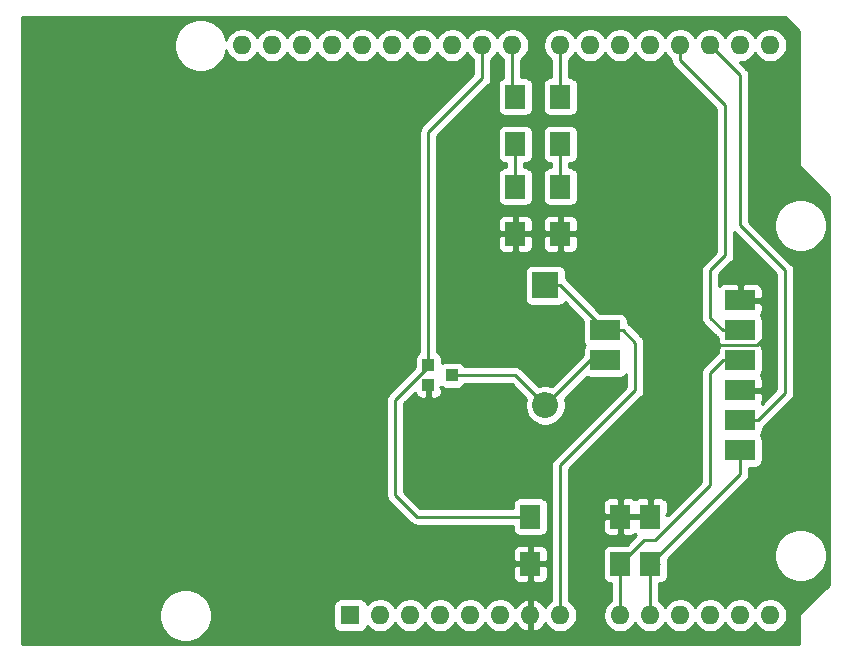
<source format=gbr>
%TF.GenerationSoftware,KiCad,Pcbnew,(5.1.9)-1*%
%TF.CreationDate,2021-04-23T14:18:48+03:00*%
%TF.ProjectId,kicad_hydroponics_cirtuit_test,6b696361-645f-4687-9964-726f706f6e69,rev?*%
%TF.SameCoordinates,Original*%
%TF.FileFunction,Copper,L1,Top*%
%TF.FilePolarity,Positive*%
%FSLAX46Y46*%
G04 Gerber Fmt 4.6, Leading zero omitted, Abs format (unit mm)*
G04 Created by KiCad (PCBNEW (5.1.9)-1) date 2021-04-23 14:18:48*
%MOMM*%
%LPD*%
G01*
G04 APERTURE LIST*
%TA.AperFunction,ComponentPad*%
%ADD10O,1.600000X1.600000*%
%TD*%
%TA.AperFunction,ComponentPad*%
%ADD11R,1.600000X1.600000*%
%TD*%
%TA.AperFunction,ComponentPad*%
%ADD12O,2.200000X2.200000*%
%TD*%
%TA.AperFunction,ComponentPad*%
%ADD13R,2.200000X2.200000*%
%TD*%
%TA.AperFunction,SMDPad,CuDef*%
%ADD14R,1.700000X2.000000*%
%TD*%
%TA.AperFunction,SMDPad,CuDef*%
%ADD15R,1.000000X1.000000*%
%TD*%
%TA.AperFunction,SMDPad,CuDef*%
%ADD16R,2.500000X1.700000*%
%TD*%
%TA.AperFunction,Conductor*%
%ADD17C,0.250000*%
%TD*%
%TA.AperFunction,Conductor*%
%ADD18C,0.254000*%
%TD*%
%TA.AperFunction,Conductor*%
%ADD19C,0.100000*%
%TD*%
G04 APERTURE END LIST*
D10*
%TO.P,A1,16*%
%TO.N,Net-(A1-Pad16)*%
X191770000Y-55880000D03*
%TO.P,A1,15*%
%TO.N,Net-(A1-Pad15)*%
X194310000Y-55880000D03*
%TO.P,A1,30*%
%TO.N,Net-(A1-Pad30)*%
X154690000Y-55880000D03*
%TO.P,A1,14*%
%TO.N,Net-(A1-Pad14)*%
X194310000Y-104140000D03*
%TO.P,A1,29*%
%TO.N,Net-(A1-Pad29)*%
X157230000Y-55880000D03*
%TO.P,A1,13*%
%TO.N,Net-(A1-Pad13)*%
X191770000Y-104140000D03*
%TO.P,A1,28*%
%TO.N,Net-(A1-Pad28)*%
X159770000Y-55880000D03*
%TO.P,A1,12*%
%TO.N,Net-(A1-Pad12)*%
X189230000Y-104140000D03*
%TO.P,A1,27*%
%TO.N,Net-(A1-Pad27)*%
X162310000Y-55880000D03*
%TO.P,A1,11*%
%TO.N,Net-(A1-Pad11)*%
X186690000Y-104140000D03*
%TO.P,A1,26*%
%TO.N,Net-(A1-Pad26)*%
X164850000Y-55880000D03*
%TO.P,A1,10*%
%TO.N,Net-(A1-Pad10)*%
X184150000Y-104140000D03*
%TO.P,A1,25*%
%TO.N,Net-(A1-Pad25)*%
X167390000Y-55880000D03*
%TO.P,A1,9*%
%TO.N,Net-(A1-Pad9)*%
X181610000Y-104140000D03*
%TO.P,A1,24*%
%TO.N,Net-(A1-Pad24)*%
X169930000Y-55880000D03*
%TO.P,A1,8*%
%TO.N,Net-(A1-Pad8)*%
X176530000Y-104140000D03*
%TO.P,A1,23*%
%TO.N,Net-(A1-Pad23)*%
X172470000Y-55880000D03*
%TO.P,A1,7*%
%TO.N,GND*%
X173990000Y-104140000D03*
%TO.P,A1,22*%
%TO.N,Net-(A1-Pad22)*%
X176530000Y-55880000D03*
%TO.P,A1,6*%
%TO.N,Net-(A1-Pad6)*%
X171450000Y-104140000D03*
%TO.P,A1,21*%
%TO.N,Net-(A1-Pad21)*%
X179070000Y-55880000D03*
%TO.P,A1,5*%
%TO.N,Net-(A1-Pad5)*%
X168910000Y-104140000D03*
%TO.P,A1,20*%
%TO.N,Net-(A1-Pad20)*%
X181610000Y-55880000D03*
%TO.P,A1,4*%
%TO.N,Net-(A1-Pad4)*%
X166370000Y-104140000D03*
%TO.P,A1,19*%
%TO.N,Net-(A1-Pad19)*%
X184150000Y-55880000D03*
%TO.P,A1,3*%
%TO.N,Net-(A1-Pad3)*%
X163830000Y-104140000D03*
%TO.P,A1,18*%
%TO.N,Net-(A1-Pad18)*%
X186690000Y-55880000D03*
%TO.P,A1,2*%
%TO.N,Net-(A1-Pad2)*%
X161290000Y-104140000D03*
%TO.P,A1,17*%
%TO.N,Net-(A1-Pad17)*%
X189230000Y-55880000D03*
D11*
%TO.P,A1,1*%
%TO.N,Net-(A1-Pad1)*%
X158750000Y-104140000D03*
D10*
%TO.P,A1,31*%
%TO.N,Net-(A1-Pad31)*%
X152150000Y-55880000D03*
%TO.P,A1,32*%
%TO.N,Net-(A1-Pad32)*%
X149610000Y-55880000D03*
%TD*%
D12*
%TO.P,D3,2*%
%TO.N,Net-(D3-Pad2)*%
X175260000Y-86360000D03*
D13*
%TO.P,D3,1*%
%TO.N,Net-(A1-Pad8)*%
X175260000Y-76200000D03*
%TD*%
D14*
%TO.P,D2,1*%
%TO.N,GND*%
X172720000Y-71850000D03*
%TO.P,D2,2*%
%TO.N,Net-(D2-Pad2)*%
X172720000Y-67850000D03*
%TD*%
D15*
%TO.P,Q1,1*%
%TO.N,Net-(A1-Pad24)*%
X165370000Y-82970000D03*
%TO.P,Q1,2*%
%TO.N,GND*%
X165370000Y-84670000D03*
%TO.P,Q1,3*%
%TO.N,Net-(D3-Pad2)*%
X167370000Y-83820000D03*
%TD*%
D14*
%TO.P,R5,1*%
%TO.N,Net-(A1-Pad10)*%
X184150000Y-99790000D03*
%TO.P,R5,2*%
%TO.N,GND*%
X184150000Y-95790000D03*
%TD*%
%TO.P,R4,1*%
%TO.N,Net-(A1-Pad9)*%
X181610000Y-99790000D03*
%TO.P,R4,2*%
%TO.N,GND*%
X181610000Y-95790000D03*
%TD*%
D16*
%TO.P,J2,6*%
%TO.N,Net-(A1-Pad10)*%
X191770000Y-90170000D03*
%TO.P,J2,5*%
%TO.N,Net-(A1-Pad17)*%
X191770000Y-87630000D03*
%TO.P,J2,4*%
%TO.N,GND*%
X191770000Y-85090000D03*
%TO.P,J2,3*%
%TO.N,Net-(A1-Pad9)*%
X191770000Y-82550000D03*
%TO.P,J2,2*%
%TO.N,Net-(A1-Pad18)*%
X191770000Y-80010000D03*
%TO.P,J2,1*%
%TO.N,GND*%
X191770000Y-77470000D03*
%TD*%
%TO.P,J1,2*%
%TO.N,Net-(D3-Pad2)*%
X180340000Y-82550000D03*
%TO.P,J1,1*%
%TO.N,Net-(A1-Pad8)*%
X180340000Y-80010000D03*
%TD*%
D14*
%TO.P,R1,1*%
%TO.N,Net-(D1-Pad2)*%
X176530000Y-64230000D03*
%TO.P,R1,2*%
%TO.N,Net-(A1-Pad22)*%
X176530000Y-60230000D03*
%TD*%
%TO.P,R2,1*%
%TO.N,Net-(D2-Pad2)*%
X172720000Y-64230000D03*
%TO.P,R2,2*%
%TO.N,Net-(A1-Pad23)*%
X172720000Y-60230000D03*
%TD*%
%TO.P,R3,1*%
%TO.N,Net-(A1-Pad24)*%
X173990000Y-95790000D03*
%TO.P,R3,2*%
%TO.N,GND*%
X173990000Y-99790000D03*
%TD*%
%TO.P,D1,1*%
%TO.N,GND*%
X176530000Y-71850000D03*
%TO.P,D1,2*%
%TO.N,Net-(D1-Pad2)*%
X176530000Y-67850000D03*
%TD*%
D17*
%TO.N,Net-(A1-Pad10)*%
X184150000Y-99790000D02*
X184880000Y-99790000D01*
X184150000Y-104140000D02*
X184150000Y-99790000D01*
X191770000Y-92170000D02*
X191770000Y-90170000D01*
X184150000Y-99790000D02*
X191770000Y-92170000D01*
%TO.N,Net-(A1-Pad9)*%
X181610000Y-104140000D02*
X181610000Y-99790000D01*
X189230000Y-83590000D02*
X190270000Y-82550000D01*
X189230000Y-93145002D02*
X189230000Y-83590000D01*
X184585002Y-97790000D02*
X189230000Y-93145002D01*
X183610000Y-97790000D02*
X184585002Y-97790000D01*
X190270000Y-82550000D02*
X191770000Y-82550000D01*
X181610000Y-99790000D02*
X183610000Y-97790000D01*
%TO.N,Net-(A1-Pad24)*%
X169930000Y-55880000D02*
X169930000Y-58670000D01*
X165370000Y-63230000D02*
X165370000Y-82970000D01*
X169930000Y-58670000D02*
X165370000Y-63230000D01*
X173990000Y-95790000D02*
X164370000Y-95790000D01*
X164370000Y-95790000D02*
X162560000Y-93980000D01*
X165370000Y-83084998D02*
X165370000Y-82970000D01*
X162560000Y-85894998D02*
X165370000Y-83084998D01*
X162560000Y-93980000D02*
X162560000Y-85894998D01*
%TO.N,Net-(A1-Pad8)*%
X176530000Y-76200000D02*
X180340000Y-80010000D01*
X175260000Y-76200000D02*
X176530000Y-76200000D01*
X182880000Y-81050000D02*
X181840000Y-80010000D01*
X182880000Y-85090000D02*
X182880000Y-81050000D01*
X181840000Y-80010000D02*
X180340000Y-80010000D01*
X176530000Y-91440000D02*
X182880000Y-85090000D01*
X176530000Y-104140000D02*
X176530000Y-91440000D01*
%TO.N,Net-(A1-Pad23)*%
X172720000Y-56130000D02*
X172470000Y-55880000D01*
X172470000Y-59980000D02*
X172720000Y-60230000D01*
X172470000Y-55880000D02*
X172470000Y-59980000D01*
%TO.N,Net-(A1-Pad22)*%
X176530000Y-55880000D02*
X176530000Y-60230000D01*
%TO.N,Net-(A1-Pad18)*%
X189230000Y-78970000D02*
X190270000Y-80010000D01*
X190270000Y-80010000D02*
X191770000Y-80010000D01*
X189230000Y-74930000D02*
X189230000Y-78970000D01*
X190500000Y-73660000D02*
X189230000Y-74930000D01*
X190500000Y-60960000D02*
X190500000Y-73660000D01*
X186690000Y-57150000D02*
X190500000Y-60960000D01*
X186690000Y-55880000D02*
X186690000Y-57150000D01*
%TO.N,Net-(A1-Pad17)*%
X193040000Y-87630000D02*
X191770000Y-87630000D01*
X191770000Y-71120000D02*
X191770000Y-58420000D01*
X191770000Y-58420000D02*
X189230000Y-55880000D01*
X195580000Y-74930000D02*
X191770000Y-71120000D01*
X195580000Y-85320000D02*
X195580000Y-74930000D01*
X193270000Y-87630000D02*
X195580000Y-85320000D01*
X191770000Y-87630000D02*
X193270000Y-87630000D01*
%TO.N,Net-(D1-Pad2)*%
X176530000Y-64230000D02*
X176530000Y-67850000D01*
%TO.N,Net-(D2-Pad2)*%
X172720000Y-64230000D02*
X172720000Y-67850000D01*
%TO.N,Net-(D3-Pad2)*%
X172720000Y-83820000D02*
X175260000Y-86360000D01*
X167370000Y-83820000D02*
X172720000Y-83820000D01*
X179070000Y-82550000D02*
X180340000Y-82550000D01*
X175260000Y-86360000D02*
X179070000Y-82550000D01*
%TO.N,GND*%
X193270000Y-77470000D02*
X194310000Y-78510000D01*
X191770000Y-77470000D02*
X193270000Y-77470000D01*
X194310000Y-80155002D02*
X193185002Y-81280000D01*
X194310000Y-78510000D02*
X194310000Y-80155002D01*
X193185002Y-81280000D02*
X189230000Y-81280000D01*
X184150000Y-86360000D02*
X184150000Y-95790000D01*
X189230000Y-81280000D02*
X184150000Y-86360000D01*
%TD*%
D18*
%TO.N,GND*%
X196723000Y-54662606D02*
X196723000Y-66040000D01*
X196725440Y-66064776D01*
X196732667Y-66088601D01*
X196744403Y-66110557D01*
X196760197Y-66129803D01*
X199263000Y-68632606D01*
X199263000Y-101547394D01*
X196760197Y-104050197D01*
X196744403Y-104069443D01*
X196732667Y-104091399D01*
X196725440Y-104115224D01*
X196723000Y-104140000D01*
X196723000Y-106553000D01*
X130937000Y-106553000D01*
X130937000Y-103919872D01*
X142545000Y-103919872D01*
X142545000Y-104360128D01*
X142630890Y-104791925D01*
X142799369Y-105198669D01*
X143043962Y-105564729D01*
X143355271Y-105876038D01*
X143721331Y-106120631D01*
X144128075Y-106289110D01*
X144559872Y-106375000D01*
X145000128Y-106375000D01*
X145431925Y-106289110D01*
X145838669Y-106120631D01*
X146204729Y-105876038D01*
X146516038Y-105564729D01*
X146760631Y-105198669D01*
X146929110Y-104791925D01*
X147015000Y-104360128D01*
X147015000Y-103919872D01*
X146929110Y-103488075D01*
X146867776Y-103340000D01*
X157311928Y-103340000D01*
X157311928Y-104940000D01*
X157324188Y-105064482D01*
X157360498Y-105184180D01*
X157419463Y-105294494D01*
X157498815Y-105391185D01*
X157595506Y-105470537D01*
X157705820Y-105529502D01*
X157825518Y-105565812D01*
X157950000Y-105578072D01*
X159550000Y-105578072D01*
X159674482Y-105565812D01*
X159794180Y-105529502D01*
X159904494Y-105470537D01*
X160001185Y-105391185D01*
X160080537Y-105294494D01*
X160139502Y-105184180D01*
X160175812Y-105064482D01*
X160176643Y-105056039D01*
X160375241Y-105254637D01*
X160610273Y-105411680D01*
X160871426Y-105519853D01*
X161148665Y-105575000D01*
X161431335Y-105575000D01*
X161708574Y-105519853D01*
X161969727Y-105411680D01*
X162204759Y-105254637D01*
X162404637Y-105054759D01*
X162560000Y-104822241D01*
X162715363Y-105054759D01*
X162915241Y-105254637D01*
X163150273Y-105411680D01*
X163411426Y-105519853D01*
X163688665Y-105575000D01*
X163971335Y-105575000D01*
X164248574Y-105519853D01*
X164509727Y-105411680D01*
X164744759Y-105254637D01*
X164944637Y-105054759D01*
X165100000Y-104822241D01*
X165255363Y-105054759D01*
X165455241Y-105254637D01*
X165690273Y-105411680D01*
X165951426Y-105519853D01*
X166228665Y-105575000D01*
X166511335Y-105575000D01*
X166788574Y-105519853D01*
X167049727Y-105411680D01*
X167284759Y-105254637D01*
X167484637Y-105054759D01*
X167640000Y-104822241D01*
X167795363Y-105054759D01*
X167995241Y-105254637D01*
X168230273Y-105411680D01*
X168491426Y-105519853D01*
X168768665Y-105575000D01*
X169051335Y-105575000D01*
X169328574Y-105519853D01*
X169589727Y-105411680D01*
X169824759Y-105254637D01*
X170024637Y-105054759D01*
X170180000Y-104822241D01*
X170335363Y-105054759D01*
X170535241Y-105254637D01*
X170770273Y-105411680D01*
X171031426Y-105519853D01*
X171308665Y-105575000D01*
X171591335Y-105575000D01*
X171868574Y-105519853D01*
X172129727Y-105411680D01*
X172364759Y-105254637D01*
X172564637Y-105054759D01*
X172721680Y-104819727D01*
X172726067Y-104809135D01*
X172837615Y-104995131D01*
X173026586Y-105203519D01*
X173252580Y-105371037D01*
X173506913Y-105491246D01*
X173640961Y-105531904D01*
X173863000Y-105409915D01*
X173863000Y-104267000D01*
X173843000Y-104267000D01*
X173843000Y-104013000D01*
X173863000Y-104013000D01*
X173863000Y-102870085D01*
X173640961Y-102748096D01*
X173506913Y-102788754D01*
X173252580Y-102908963D01*
X173026586Y-103076481D01*
X172837615Y-103284869D01*
X172726067Y-103470865D01*
X172721680Y-103460273D01*
X172564637Y-103225241D01*
X172364759Y-103025363D01*
X172129727Y-102868320D01*
X171868574Y-102760147D01*
X171591335Y-102705000D01*
X171308665Y-102705000D01*
X171031426Y-102760147D01*
X170770273Y-102868320D01*
X170535241Y-103025363D01*
X170335363Y-103225241D01*
X170180000Y-103457759D01*
X170024637Y-103225241D01*
X169824759Y-103025363D01*
X169589727Y-102868320D01*
X169328574Y-102760147D01*
X169051335Y-102705000D01*
X168768665Y-102705000D01*
X168491426Y-102760147D01*
X168230273Y-102868320D01*
X167995241Y-103025363D01*
X167795363Y-103225241D01*
X167640000Y-103457759D01*
X167484637Y-103225241D01*
X167284759Y-103025363D01*
X167049727Y-102868320D01*
X166788574Y-102760147D01*
X166511335Y-102705000D01*
X166228665Y-102705000D01*
X165951426Y-102760147D01*
X165690273Y-102868320D01*
X165455241Y-103025363D01*
X165255363Y-103225241D01*
X165100000Y-103457759D01*
X164944637Y-103225241D01*
X164744759Y-103025363D01*
X164509727Y-102868320D01*
X164248574Y-102760147D01*
X163971335Y-102705000D01*
X163688665Y-102705000D01*
X163411426Y-102760147D01*
X163150273Y-102868320D01*
X162915241Y-103025363D01*
X162715363Y-103225241D01*
X162560000Y-103457759D01*
X162404637Y-103225241D01*
X162204759Y-103025363D01*
X161969727Y-102868320D01*
X161708574Y-102760147D01*
X161431335Y-102705000D01*
X161148665Y-102705000D01*
X160871426Y-102760147D01*
X160610273Y-102868320D01*
X160375241Y-103025363D01*
X160176643Y-103223961D01*
X160175812Y-103215518D01*
X160139502Y-103095820D01*
X160080537Y-102985506D01*
X160001185Y-102888815D01*
X159904494Y-102809463D01*
X159794180Y-102750498D01*
X159674482Y-102714188D01*
X159550000Y-102701928D01*
X157950000Y-102701928D01*
X157825518Y-102714188D01*
X157705820Y-102750498D01*
X157595506Y-102809463D01*
X157498815Y-102888815D01*
X157419463Y-102985506D01*
X157360498Y-103095820D01*
X157324188Y-103215518D01*
X157311928Y-103340000D01*
X146867776Y-103340000D01*
X146760631Y-103081331D01*
X146516038Y-102715271D01*
X146204729Y-102403962D01*
X145838669Y-102159369D01*
X145431925Y-101990890D01*
X145000128Y-101905000D01*
X144559872Y-101905000D01*
X144128075Y-101990890D01*
X143721331Y-102159369D01*
X143355271Y-102403962D01*
X143043962Y-102715271D01*
X142799369Y-103081331D01*
X142630890Y-103488075D01*
X142545000Y-103919872D01*
X130937000Y-103919872D01*
X130937000Y-100790000D01*
X172501928Y-100790000D01*
X172514188Y-100914482D01*
X172550498Y-101034180D01*
X172609463Y-101144494D01*
X172688815Y-101241185D01*
X172785506Y-101320537D01*
X172895820Y-101379502D01*
X173015518Y-101415812D01*
X173140000Y-101428072D01*
X173704250Y-101425000D01*
X173863000Y-101266250D01*
X173863000Y-99917000D01*
X174117000Y-99917000D01*
X174117000Y-101266250D01*
X174275750Y-101425000D01*
X174840000Y-101428072D01*
X174964482Y-101415812D01*
X175084180Y-101379502D01*
X175194494Y-101320537D01*
X175291185Y-101241185D01*
X175370537Y-101144494D01*
X175429502Y-101034180D01*
X175465812Y-100914482D01*
X175478072Y-100790000D01*
X175475000Y-100075750D01*
X175316250Y-99917000D01*
X174117000Y-99917000D01*
X173863000Y-99917000D01*
X172663750Y-99917000D01*
X172505000Y-100075750D01*
X172501928Y-100790000D01*
X130937000Y-100790000D01*
X130937000Y-98790000D01*
X172501928Y-98790000D01*
X172505000Y-99504250D01*
X172663750Y-99663000D01*
X173863000Y-99663000D01*
X173863000Y-98313750D01*
X174117000Y-98313750D01*
X174117000Y-99663000D01*
X175316250Y-99663000D01*
X175475000Y-99504250D01*
X175478072Y-98790000D01*
X175465812Y-98665518D01*
X175429502Y-98545820D01*
X175370537Y-98435506D01*
X175291185Y-98338815D01*
X175194494Y-98259463D01*
X175084180Y-98200498D01*
X174964482Y-98164188D01*
X174840000Y-98151928D01*
X174275750Y-98155000D01*
X174117000Y-98313750D01*
X173863000Y-98313750D01*
X173704250Y-98155000D01*
X173140000Y-98151928D01*
X173015518Y-98164188D01*
X172895820Y-98200498D01*
X172785506Y-98259463D01*
X172688815Y-98338815D01*
X172609463Y-98435506D01*
X172550498Y-98545820D01*
X172514188Y-98665518D01*
X172501928Y-98790000D01*
X130937000Y-98790000D01*
X130937000Y-55659872D01*
X143815000Y-55659872D01*
X143815000Y-56100128D01*
X143900890Y-56531925D01*
X144069369Y-56938669D01*
X144313962Y-57304729D01*
X144625271Y-57616038D01*
X144991331Y-57860631D01*
X145398075Y-58029110D01*
X145829872Y-58115000D01*
X146270128Y-58115000D01*
X146701925Y-58029110D01*
X147108669Y-57860631D01*
X147474729Y-57616038D01*
X147786038Y-57304729D01*
X148030631Y-56938669D01*
X148199110Y-56531925D01*
X148240537Y-56323658D01*
X148338320Y-56559727D01*
X148495363Y-56794759D01*
X148695241Y-56994637D01*
X148930273Y-57151680D01*
X149191426Y-57259853D01*
X149468665Y-57315000D01*
X149751335Y-57315000D01*
X150028574Y-57259853D01*
X150289727Y-57151680D01*
X150524759Y-56994637D01*
X150724637Y-56794759D01*
X150880000Y-56562241D01*
X151035363Y-56794759D01*
X151235241Y-56994637D01*
X151470273Y-57151680D01*
X151731426Y-57259853D01*
X152008665Y-57315000D01*
X152291335Y-57315000D01*
X152568574Y-57259853D01*
X152829727Y-57151680D01*
X153064759Y-56994637D01*
X153264637Y-56794759D01*
X153420000Y-56562241D01*
X153575363Y-56794759D01*
X153775241Y-56994637D01*
X154010273Y-57151680D01*
X154271426Y-57259853D01*
X154548665Y-57315000D01*
X154831335Y-57315000D01*
X155108574Y-57259853D01*
X155369727Y-57151680D01*
X155604759Y-56994637D01*
X155804637Y-56794759D01*
X155960000Y-56562241D01*
X156115363Y-56794759D01*
X156315241Y-56994637D01*
X156550273Y-57151680D01*
X156811426Y-57259853D01*
X157088665Y-57315000D01*
X157371335Y-57315000D01*
X157648574Y-57259853D01*
X157909727Y-57151680D01*
X158144759Y-56994637D01*
X158344637Y-56794759D01*
X158500000Y-56562241D01*
X158655363Y-56794759D01*
X158855241Y-56994637D01*
X159090273Y-57151680D01*
X159351426Y-57259853D01*
X159628665Y-57315000D01*
X159911335Y-57315000D01*
X160188574Y-57259853D01*
X160449727Y-57151680D01*
X160684759Y-56994637D01*
X160884637Y-56794759D01*
X161040000Y-56562241D01*
X161195363Y-56794759D01*
X161395241Y-56994637D01*
X161630273Y-57151680D01*
X161891426Y-57259853D01*
X162168665Y-57315000D01*
X162451335Y-57315000D01*
X162728574Y-57259853D01*
X162989727Y-57151680D01*
X163224759Y-56994637D01*
X163424637Y-56794759D01*
X163580000Y-56562241D01*
X163735363Y-56794759D01*
X163935241Y-56994637D01*
X164170273Y-57151680D01*
X164431426Y-57259853D01*
X164708665Y-57315000D01*
X164991335Y-57315000D01*
X165268574Y-57259853D01*
X165529727Y-57151680D01*
X165764759Y-56994637D01*
X165964637Y-56794759D01*
X166120000Y-56562241D01*
X166275363Y-56794759D01*
X166475241Y-56994637D01*
X166710273Y-57151680D01*
X166971426Y-57259853D01*
X167248665Y-57315000D01*
X167531335Y-57315000D01*
X167808574Y-57259853D01*
X168069727Y-57151680D01*
X168304759Y-56994637D01*
X168504637Y-56794759D01*
X168660000Y-56562241D01*
X168815363Y-56794759D01*
X169015241Y-56994637D01*
X169170000Y-57098044D01*
X169170001Y-58355197D01*
X164859003Y-62666196D01*
X164829999Y-62689999D01*
X164774871Y-62757174D01*
X164735026Y-62805724D01*
X164664455Y-62937753D01*
X164664454Y-62937754D01*
X164620997Y-63081015D01*
X164610000Y-63192668D01*
X164610000Y-63192678D01*
X164606324Y-63230000D01*
X164610000Y-63267322D01*
X164610001Y-81888954D01*
X164515506Y-81939463D01*
X164418815Y-82018815D01*
X164339463Y-82115506D01*
X164280498Y-82225820D01*
X164244188Y-82345518D01*
X164231928Y-82470000D01*
X164231928Y-83148268D01*
X162048998Y-85331199D01*
X162020000Y-85354997D01*
X161996202Y-85383995D01*
X161996201Y-85383996D01*
X161925026Y-85470722D01*
X161854454Y-85602752D01*
X161841260Y-85646250D01*
X161811525Y-85744277D01*
X161810998Y-85746013D01*
X161796324Y-85894998D01*
X161800001Y-85932330D01*
X161800000Y-93942678D01*
X161796324Y-93980000D01*
X161800000Y-94017322D01*
X161800000Y-94017332D01*
X161810997Y-94128985D01*
X161821676Y-94164188D01*
X161854454Y-94272246D01*
X161925026Y-94404276D01*
X161950656Y-94435506D01*
X162019999Y-94520001D01*
X162049003Y-94543804D01*
X163806201Y-96301003D01*
X163829999Y-96330001D01*
X163858997Y-96353799D01*
X163945724Y-96424974D01*
X164077753Y-96495546D01*
X164221014Y-96539003D01*
X164370000Y-96553677D01*
X164407333Y-96550000D01*
X172501928Y-96550000D01*
X172501928Y-96790000D01*
X172514188Y-96914482D01*
X172550498Y-97034180D01*
X172609463Y-97144494D01*
X172688815Y-97241185D01*
X172785506Y-97320537D01*
X172895820Y-97379502D01*
X173015518Y-97415812D01*
X173140000Y-97428072D01*
X174840000Y-97428072D01*
X174964482Y-97415812D01*
X175084180Y-97379502D01*
X175194494Y-97320537D01*
X175291185Y-97241185D01*
X175370537Y-97144494D01*
X175429502Y-97034180D01*
X175465812Y-96914482D01*
X175478072Y-96790000D01*
X175478072Y-94790000D01*
X175465812Y-94665518D01*
X175429502Y-94545820D01*
X175370537Y-94435506D01*
X175291185Y-94338815D01*
X175194494Y-94259463D01*
X175084180Y-94200498D01*
X174964482Y-94164188D01*
X174840000Y-94151928D01*
X173140000Y-94151928D01*
X173015518Y-94164188D01*
X172895820Y-94200498D01*
X172785506Y-94259463D01*
X172688815Y-94338815D01*
X172609463Y-94435506D01*
X172550498Y-94545820D01*
X172514188Y-94665518D01*
X172501928Y-94790000D01*
X172501928Y-95030000D01*
X164684802Y-95030000D01*
X163320000Y-93665199D01*
X163320000Y-86209799D01*
X164243393Y-85286407D01*
X164244188Y-85294482D01*
X164280498Y-85414180D01*
X164339463Y-85524494D01*
X164418815Y-85621185D01*
X164515506Y-85700537D01*
X164625820Y-85759502D01*
X164745518Y-85795812D01*
X164870000Y-85808072D01*
X165084250Y-85805000D01*
X165243000Y-85646250D01*
X165243000Y-84797000D01*
X165223000Y-84797000D01*
X165223000Y-84543000D01*
X165243000Y-84543000D01*
X165243000Y-84523000D01*
X165497000Y-84523000D01*
X165497000Y-84543000D01*
X165517000Y-84543000D01*
X165517000Y-84797000D01*
X165497000Y-84797000D01*
X165497000Y-85646250D01*
X165655750Y-85805000D01*
X165870000Y-85808072D01*
X165994482Y-85795812D01*
X166114180Y-85759502D01*
X166224494Y-85700537D01*
X166321185Y-85621185D01*
X166400537Y-85524494D01*
X166459502Y-85414180D01*
X166495812Y-85294482D01*
X166508072Y-85170000D01*
X166505000Y-84955750D01*
X166346252Y-84797002D01*
X166450273Y-84797002D01*
X166515506Y-84850537D01*
X166625820Y-84909502D01*
X166745518Y-84945812D01*
X166870000Y-84958072D01*
X167870000Y-84958072D01*
X167994482Y-84945812D01*
X168114180Y-84909502D01*
X168224494Y-84850537D01*
X168321185Y-84771185D01*
X168400537Y-84674494D01*
X168451046Y-84580000D01*
X172405199Y-84580000D01*
X173617286Y-85792088D01*
X173591675Y-85853919D01*
X173525000Y-86189117D01*
X173525000Y-86530883D01*
X173591675Y-86866081D01*
X173722463Y-87181831D01*
X173912337Y-87465998D01*
X174154002Y-87707663D01*
X174438169Y-87897537D01*
X174753919Y-88028325D01*
X175089117Y-88095000D01*
X175430883Y-88095000D01*
X175766081Y-88028325D01*
X176081831Y-87897537D01*
X176365998Y-87707663D01*
X176607663Y-87465998D01*
X176797537Y-87181831D01*
X176928325Y-86866081D01*
X176995000Y-86530883D01*
X176995000Y-86189117D01*
X176928325Y-85853919D01*
X176902714Y-85792088D01*
X178754247Y-83940555D01*
X178845820Y-83989502D01*
X178965518Y-84025812D01*
X179090000Y-84038072D01*
X181590000Y-84038072D01*
X181714482Y-84025812D01*
X181834180Y-83989502D01*
X181944494Y-83930537D01*
X182041185Y-83851185D01*
X182120000Y-83755148D01*
X182120000Y-84775198D01*
X176018998Y-90876201D01*
X175990000Y-90899999D01*
X175966202Y-90928997D01*
X175966201Y-90928998D01*
X175895026Y-91015724D01*
X175824454Y-91147754D01*
X175780998Y-91291015D01*
X175766324Y-91440000D01*
X175770001Y-91477332D01*
X175770000Y-102921957D01*
X175615241Y-103025363D01*
X175415363Y-103225241D01*
X175258320Y-103460273D01*
X175253933Y-103470865D01*
X175142385Y-103284869D01*
X174953414Y-103076481D01*
X174727420Y-102908963D01*
X174473087Y-102788754D01*
X174339039Y-102748096D01*
X174117000Y-102870085D01*
X174117000Y-104013000D01*
X174137000Y-104013000D01*
X174137000Y-104267000D01*
X174117000Y-104267000D01*
X174117000Y-105409915D01*
X174339039Y-105531904D01*
X174473087Y-105491246D01*
X174727420Y-105371037D01*
X174953414Y-105203519D01*
X175142385Y-104995131D01*
X175253933Y-104809135D01*
X175258320Y-104819727D01*
X175415363Y-105054759D01*
X175615241Y-105254637D01*
X175850273Y-105411680D01*
X176111426Y-105519853D01*
X176388665Y-105575000D01*
X176671335Y-105575000D01*
X176948574Y-105519853D01*
X177209727Y-105411680D01*
X177444759Y-105254637D01*
X177644637Y-105054759D01*
X177801680Y-104819727D01*
X177909853Y-104558574D01*
X177965000Y-104281335D01*
X177965000Y-103998665D01*
X177909853Y-103721426D01*
X177801680Y-103460273D01*
X177644637Y-103225241D01*
X177444759Y-103025363D01*
X177290000Y-102921957D01*
X177290000Y-96790000D01*
X180121928Y-96790000D01*
X180134188Y-96914482D01*
X180170498Y-97034180D01*
X180229463Y-97144494D01*
X180308815Y-97241185D01*
X180405506Y-97320537D01*
X180515820Y-97379502D01*
X180635518Y-97415812D01*
X180760000Y-97428072D01*
X181324250Y-97425000D01*
X181483000Y-97266250D01*
X181483000Y-95917000D01*
X180283750Y-95917000D01*
X180125000Y-96075750D01*
X180121928Y-96790000D01*
X177290000Y-96790000D01*
X177290000Y-94790000D01*
X180121928Y-94790000D01*
X180125000Y-95504250D01*
X180283750Y-95663000D01*
X181483000Y-95663000D01*
X181483000Y-94313750D01*
X181737000Y-94313750D01*
X181737000Y-95663000D01*
X184023000Y-95663000D01*
X184023000Y-94313750D01*
X183864250Y-94155000D01*
X183300000Y-94151928D01*
X183175518Y-94164188D01*
X183055820Y-94200498D01*
X182945506Y-94259463D01*
X182880000Y-94313222D01*
X182814494Y-94259463D01*
X182704180Y-94200498D01*
X182584482Y-94164188D01*
X182460000Y-94151928D01*
X181895750Y-94155000D01*
X181737000Y-94313750D01*
X181483000Y-94313750D01*
X181324250Y-94155000D01*
X180760000Y-94151928D01*
X180635518Y-94164188D01*
X180515820Y-94200498D01*
X180405506Y-94259463D01*
X180308815Y-94338815D01*
X180229463Y-94435506D01*
X180170498Y-94545820D01*
X180134188Y-94665518D01*
X180121928Y-94790000D01*
X177290000Y-94790000D01*
X177290000Y-91754801D01*
X183391004Y-85653798D01*
X183420001Y-85630001D01*
X183495366Y-85538169D01*
X183514974Y-85514277D01*
X183585546Y-85382247D01*
X183593812Y-85354997D01*
X183629003Y-85238986D01*
X183640000Y-85127333D01*
X183640000Y-85127324D01*
X183643676Y-85090001D01*
X183640000Y-85052678D01*
X183640000Y-81087322D01*
X183643676Y-81049999D01*
X183640000Y-81012676D01*
X183640000Y-81012667D01*
X183629003Y-80901014D01*
X183585546Y-80757753D01*
X183562986Y-80715546D01*
X183514974Y-80625723D01*
X183443799Y-80538997D01*
X183420001Y-80509999D01*
X183391003Y-80486201D01*
X182403804Y-79499002D01*
X182380001Y-79469999D01*
X182264276Y-79375026D01*
X182228072Y-79355674D01*
X182228072Y-79160000D01*
X182215812Y-79035518D01*
X182179502Y-78915820D01*
X182120537Y-78805506D01*
X182041185Y-78708815D01*
X181944494Y-78629463D01*
X181834180Y-78570498D01*
X181714482Y-78534188D01*
X181590000Y-78521928D01*
X179926730Y-78521928D01*
X177093804Y-75689003D01*
X177070001Y-75659999D01*
X176998072Y-75600968D01*
X176998072Y-75100000D01*
X176985812Y-74975518D01*
X176949502Y-74855820D01*
X176890537Y-74745506D01*
X176811185Y-74648815D01*
X176714494Y-74569463D01*
X176604180Y-74510498D01*
X176484482Y-74474188D01*
X176360000Y-74461928D01*
X174160000Y-74461928D01*
X174035518Y-74474188D01*
X173915820Y-74510498D01*
X173805506Y-74569463D01*
X173708815Y-74648815D01*
X173629463Y-74745506D01*
X173570498Y-74855820D01*
X173534188Y-74975518D01*
X173521928Y-75100000D01*
X173521928Y-77300000D01*
X173534188Y-77424482D01*
X173570498Y-77544180D01*
X173629463Y-77654494D01*
X173708815Y-77751185D01*
X173805506Y-77830537D01*
X173915820Y-77889502D01*
X174035518Y-77925812D01*
X174160000Y-77938072D01*
X176360000Y-77938072D01*
X176484482Y-77925812D01*
X176604180Y-77889502D01*
X176714494Y-77830537D01*
X176811185Y-77751185D01*
X176890537Y-77654494D01*
X176897210Y-77642011D01*
X178451928Y-79196730D01*
X178451928Y-80860000D01*
X178464188Y-80984482D01*
X178500498Y-81104180D01*
X178559463Y-81214494D01*
X178613222Y-81280000D01*
X178559463Y-81345506D01*
X178500498Y-81455820D01*
X178464188Y-81575518D01*
X178451928Y-81700000D01*
X178451928Y-82093270D01*
X175827912Y-84717286D01*
X175766081Y-84691675D01*
X175430883Y-84625000D01*
X175089117Y-84625000D01*
X174753919Y-84691675D01*
X174692088Y-84717286D01*
X173283804Y-83309003D01*
X173260001Y-83279999D01*
X173144276Y-83185026D01*
X173012247Y-83114454D01*
X172868986Y-83070997D01*
X172757333Y-83060000D01*
X172757322Y-83060000D01*
X172720000Y-83056324D01*
X172682678Y-83060000D01*
X168451046Y-83060000D01*
X168400537Y-82965506D01*
X168321185Y-82868815D01*
X168224494Y-82789463D01*
X168114180Y-82730498D01*
X167994482Y-82694188D01*
X167870000Y-82681928D01*
X166870000Y-82681928D01*
X166745518Y-82694188D01*
X166625820Y-82730498D01*
X166515506Y-82789463D01*
X166508072Y-82795564D01*
X166508072Y-82470000D01*
X166495812Y-82345518D01*
X166459502Y-82225820D01*
X166400537Y-82115506D01*
X166321185Y-82018815D01*
X166224494Y-81939463D01*
X166130000Y-81888954D01*
X166130000Y-72850000D01*
X171231928Y-72850000D01*
X171244188Y-72974482D01*
X171280498Y-73094180D01*
X171339463Y-73204494D01*
X171418815Y-73301185D01*
X171515506Y-73380537D01*
X171625820Y-73439502D01*
X171745518Y-73475812D01*
X171870000Y-73488072D01*
X172434250Y-73485000D01*
X172593000Y-73326250D01*
X172593000Y-71977000D01*
X172847000Y-71977000D01*
X172847000Y-73326250D01*
X173005750Y-73485000D01*
X173570000Y-73488072D01*
X173694482Y-73475812D01*
X173814180Y-73439502D01*
X173924494Y-73380537D01*
X174021185Y-73301185D01*
X174100537Y-73204494D01*
X174159502Y-73094180D01*
X174195812Y-72974482D01*
X174208072Y-72850000D01*
X175041928Y-72850000D01*
X175054188Y-72974482D01*
X175090498Y-73094180D01*
X175149463Y-73204494D01*
X175228815Y-73301185D01*
X175325506Y-73380537D01*
X175435820Y-73439502D01*
X175555518Y-73475812D01*
X175680000Y-73488072D01*
X176244250Y-73485000D01*
X176403000Y-73326250D01*
X176403000Y-71977000D01*
X176657000Y-71977000D01*
X176657000Y-73326250D01*
X176815750Y-73485000D01*
X177380000Y-73488072D01*
X177504482Y-73475812D01*
X177624180Y-73439502D01*
X177734494Y-73380537D01*
X177831185Y-73301185D01*
X177910537Y-73204494D01*
X177969502Y-73094180D01*
X178005812Y-72974482D01*
X178018072Y-72850000D01*
X178015000Y-72135750D01*
X177856250Y-71977000D01*
X176657000Y-71977000D01*
X176403000Y-71977000D01*
X175203750Y-71977000D01*
X175045000Y-72135750D01*
X175041928Y-72850000D01*
X174208072Y-72850000D01*
X174205000Y-72135750D01*
X174046250Y-71977000D01*
X172847000Y-71977000D01*
X172593000Y-71977000D01*
X171393750Y-71977000D01*
X171235000Y-72135750D01*
X171231928Y-72850000D01*
X166130000Y-72850000D01*
X166130000Y-70850000D01*
X171231928Y-70850000D01*
X171235000Y-71564250D01*
X171393750Y-71723000D01*
X172593000Y-71723000D01*
X172593000Y-70373750D01*
X172847000Y-70373750D01*
X172847000Y-71723000D01*
X174046250Y-71723000D01*
X174205000Y-71564250D01*
X174208072Y-70850000D01*
X175041928Y-70850000D01*
X175045000Y-71564250D01*
X175203750Y-71723000D01*
X176403000Y-71723000D01*
X176403000Y-70373750D01*
X176657000Y-70373750D01*
X176657000Y-71723000D01*
X177856250Y-71723000D01*
X178015000Y-71564250D01*
X178018072Y-70850000D01*
X178005812Y-70725518D01*
X177969502Y-70605820D01*
X177910537Y-70495506D01*
X177831185Y-70398815D01*
X177734494Y-70319463D01*
X177624180Y-70260498D01*
X177504482Y-70224188D01*
X177380000Y-70211928D01*
X176815750Y-70215000D01*
X176657000Y-70373750D01*
X176403000Y-70373750D01*
X176244250Y-70215000D01*
X175680000Y-70211928D01*
X175555518Y-70224188D01*
X175435820Y-70260498D01*
X175325506Y-70319463D01*
X175228815Y-70398815D01*
X175149463Y-70495506D01*
X175090498Y-70605820D01*
X175054188Y-70725518D01*
X175041928Y-70850000D01*
X174208072Y-70850000D01*
X174195812Y-70725518D01*
X174159502Y-70605820D01*
X174100537Y-70495506D01*
X174021185Y-70398815D01*
X173924494Y-70319463D01*
X173814180Y-70260498D01*
X173694482Y-70224188D01*
X173570000Y-70211928D01*
X173005750Y-70215000D01*
X172847000Y-70373750D01*
X172593000Y-70373750D01*
X172434250Y-70215000D01*
X171870000Y-70211928D01*
X171745518Y-70224188D01*
X171625820Y-70260498D01*
X171515506Y-70319463D01*
X171418815Y-70398815D01*
X171339463Y-70495506D01*
X171280498Y-70605820D01*
X171244188Y-70725518D01*
X171231928Y-70850000D01*
X166130000Y-70850000D01*
X166130000Y-63544801D01*
X166444801Y-63230000D01*
X171231928Y-63230000D01*
X171231928Y-65230000D01*
X171244188Y-65354482D01*
X171280498Y-65474180D01*
X171339463Y-65584494D01*
X171418815Y-65681185D01*
X171515506Y-65760537D01*
X171625820Y-65819502D01*
X171745518Y-65855812D01*
X171870000Y-65868072D01*
X171960000Y-65868072D01*
X171960001Y-66211928D01*
X171870000Y-66211928D01*
X171745518Y-66224188D01*
X171625820Y-66260498D01*
X171515506Y-66319463D01*
X171418815Y-66398815D01*
X171339463Y-66495506D01*
X171280498Y-66605820D01*
X171244188Y-66725518D01*
X171231928Y-66850000D01*
X171231928Y-68850000D01*
X171244188Y-68974482D01*
X171280498Y-69094180D01*
X171339463Y-69204494D01*
X171418815Y-69301185D01*
X171515506Y-69380537D01*
X171625820Y-69439502D01*
X171745518Y-69475812D01*
X171870000Y-69488072D01*
X173570000Y-69488072D01*
X173694482Y-69475812D01*
X173814180Y-69439502D01*
X173924494Y-69380537D01*
X174021185Y-69301185D01*
X174100537Y-69204494D01*
X174159502Y-69094180D01*
X174195812Y-68974482D01*
X174208072Y-68850000D01*
X174208072Y-66850000D01*
X174195812Y-66725518D01*
X174159502Y-66605820D01*
X174100537Y-66495506D01*
X174021185Y-66398815D01*
X173924494Y-66319463D01*
X173814180Y-66260498D01*
X173694482Y-66224188D01*
X173570000Y-66211928D01*
X173480000Y-66211928D01*
X173480000Y-65868072D01*
X173570000Y-65868072D01*
X173694482Y-65855812D01*
X173814180Y-65819502D01*
X173924494Y-65760537D01*
X174021185Y-65681185D01*
X174100537Y-65584494D01*
X174159502Y-65474180D01*
X174195812Y-65354482D01*
X174208072Y-65230000D01*
X174208072Y-63230000D01*
X175041928Y-63230000D01*
X175041928Y-65230000D01*
X175054188Y-65354482D01*
X175090498Y-65474180D01*
X175149463Y-65584494D01*
X175228815Y-65681185D01*
X175325506Y-65760537D01*
X175435820Y-65819502D01*
X175555518Y-65855812D01*
X175680000Y-65868072D01*
X175770000Y-65868072D01*
X175770001Y-66211928D01*
X175680000Y-66211928D01*
X175555518Y-66224188D01*
X175435820Y-66260498D01*
X175325506Y-66319463D01*
X175228815Y-66398815D01*
X175149463Y-66495506D01*
X175090498Y-66605820D01*
X175054188Y-66725518D01*
X175041928Y-66850000D01*
X175041928Y-68850000D01*
X175054188Y-68974482D01*
X175090498Y-69094180D01*
X175149463Y-69204494D01*
X175228815Y-69301185D01*
X175325506Y-69380537D01*
X175435820Y-69439502D01*
X175555518Y-69475812D01*
X175680000Y-69488072D01*
X177380000Y-69488072D01*
X177504482Y-69475812D01*
X177624180Y-69439502D01*
X177734494Y-69380537D01*
X177831185Y-69301185D01*
X177910537Y-69204494D01*
X177969502Y-69094180D01*
X178005812Y-68974482D01*
X178018072Y-68850000D01*
X178018072Y-66850000D01*
X178005812Y-66725518D01*
X177969502Y-66605820D01*
X177910537Y-66495506D01*
X177831185Y-66398815D01*
X177734494Y-66319463D01*
X177624180Y-66260498D01*
X177504482Y-66224188D01*
X177380000Y-66211928D01*
X177290000Y-66211928D01*
X177290000Y-65868072D01*
X177380000Y-65868072D01*
X177504482Y-65855812D01*
X177624180Y-65819502D01*
X177734494Y-65760537D01*
X177831185Y-65681185D01*
X177910537Y-65584494D01*
X177969502Y-65474180D01*
X178005812Y-65354482D01*
X178018072Y-65230000D01*
X178018072Y-63230000D01*
X178005812Y-63105518D01*
X177969502Y-62985820D01*
X177910537Y-62875506D01*
X177831185Y-62778815D01*
X177734494Y-62699463D01*
X177624180Y-62640498D01*
X177504482Y-62604188D01*
X177380000Y-62591928D01*
X175680000Y-62591928D01*
X175555518Y-62604188D01*
X175435820Y-62640498D01*
X175325506Y-62699463D01*
X175228815Y-62778815D01*
X175149463Y-62875506D01*
X175090498Y-62985820D01*
X175054188Y-63105518D01*
X175041928Y-63230000D01*
X174208072Y-63230000D01*
X174195812Y-63105518D01*
X174159502Y-62985820D01*
X174100537Y-62875506D01*
X174021185Y-62778815D01*
X173924494Y-62699463D01*
X173814180Y-62640498D01*
X173694482Y-62604188D01*
X173570000Y-62591928D01*
X171870000Y-62591928D01*
X171745518Y-62604188D01*
X171625820Y-62640498D01*
X171515506Y-62699463D01*
X171418815Y-62778815D01*
X171339463Y-62875506D01*
X171280498Y-62985820D01*
X171244188Y-63105518D01*
X171231928Y-63230000D01*
X166444801Y-63230000D01*
X170441003Y-59233799D01*
X170470001Y-59210001D01*
X170564974Y-59094276D01*
X170635546Y-58962247D01*
X170679003Y-58818986D01*
X170690000Y-58707333D01*
X170690000Y-58707323D01*
X170693676Y-58670000D01*
X170690000Y-58632677D01*
X170690000Y-57098043D01*
X170844759Y-56994637D01*
X171044637Y-56794759D01*
X171200000Y-56562241D01*
X171355363Y-56794759D01*
X171555241Y-56994637D01*
X171710000Y-57098044D01*
X171710001Y-58614962D01*
X171625820Y-58640498D01*
X171515506Y-58699463D01*
X171418815Y-58778815D01*
X171339463Y-58875506D01*
X171280498Y-58985820D01*
X171244188Y-59105518D01*
X171231928Y-59230000D01*
X171231928Y-61230000D01*
X171244188Y-61354482D01*
X171280498Y-61474180D01*
X171339463Y-61584494D01*
X171418815Y-61681185D01*
X171515506Y-61760537D01*
X171625820Y-61819502D01*
X171745518Y-61855812D01*
X171870000Y-61868072D01*
X173570000Y-61868072D01*
X173694482Y-61855812D01*
X173814180Y-61819502D01*
X173924494Y-61760537D01*
X174021185Y-61681185D01*
X174100537Y-61584494D01*
X174159502Y-61474180D01*
X174195812Y-61354482D01*
X174208072Y-61230000D01*
X174208072Y-59230000D01*
X175041928Y-59230000D01*
X175041928Y-61230000D01*
X175054188Y-61354482D01*
X175090498Y-61474180D01*
X175149463Y-61584494D01*
X175228815Y-61681185D01*
X175325506Y-61760537D01*
X175435820Y-61819502D01*
X175555518Y-61855812D01*
X175680000Y-61868072D01*
X177380000Y-61868072D01*
X177504482Y-61855812D01*
X177624180Y-61819502D01*
X177734494Y-61760537D01*
X177831185Y-61681185D01*
X177910537Y-61584494D01*
X177969502Y-61474180D01*
X178005812Y-61354482D01*
X178018072Y-61230000D01*
X178018072Y-59230000D01*
X178005812Y-59105518D01*
X177969502Y-58985820D01*
X177910537Y-58875506D01*
X177831185Y-58778815D01*
X177734494Y-58699463D01*
X177624180Y-58640498D01*
X177504482Y-58604188D01*
X177380000Y-58591928D01*
X177290000Y-58591928D01*
X177290000Y-57098043D01*
X177444759Y-56994637D01*
X177644637Y-56794759D01*
X177800000Y-56562241D01*
X177955363Y-56794759D01*
X178155241Y-56994637D01*
X178390273Y-57151680D01*
X178651426Y-57259853D01*
X178928665Y-57315000D01*
X179211335Y-57315000D01*
X179488574Y-57259853D01*
X179749727Y-57151680D01*
X179984759Y-56994637D01*
X180184637Y-56794759D01*
X180340000Y-56562241D01*
X180495363Y-56794759D01*
X180695241Y-56994637D01*
X180930273Y-57151680D01*
X181191426Y-57259853D01*
X181468665Y-57315000D01*
X181751335Y-57315000D01*
X182028574Y-57259853D01*
X182289727Y-57151680D01*
X182524759Y-56994637D01*
X182724637Y-56794759D01*
X182880000Y-56562241D01*
X183035363Y-56794759D01*
X183235241Y-56994637D01*
X183470273Y-57151680D01*
X183731426Y-57259853D01*
X184008665Y-57315000D01*
X184291335Y-57315000D01*
X184568574Y-57259853D01*
X184829727Y-57151680D01*
X185064759Y-56994637D01*
X185264637Y-56794759D01*
X185420000Y-56562241D01*
X185575363Y-56794759D01*
X185775241Y-56994637D01*
X185930001Y-57098044D01*
X185930001Y-57112668D01*
X185926324Y-57150000D01*
X185940998Y-57298985D01*
X185984454Y-57442246D01*
X186055026Y-57574276D01*
X186089300Y-57616038D01*
X186150000Y-57690001D01*
X186178998Y-57713799D01*
X189740000Y-61274802D01*
X189740001Y-73345197D01*
X188719003Y-74366196D01*
X188689999Y-74389999D01*
X188634871Y-74457174D01*
X188595026Y-74505724D01*
X188560957Y-74569463D01*
X188524454Y-74637754D01*
X188480997Y-74781015D01*
X188470000Y-74892668D01*
X188470000Y-74892678D01*
X188466324Y-74930000D01*
X188470000Y-74967323D01*
X188470001Y-78932668D01*
X188466324Y-78970000D01*
X188480998Y-79118985D01*
X188524454Y-79262246D01*
X188595026Y-79394276D01*
X188657171Y-79469999D01*
X188690000Y-79510001D01*
X188718998Y-79533799D01*
X189706200Y-80521002D01*
X189729999Y-80550001D01*
X189758997Y-80573799D01*
X189845723Y-80644974D01*
X189881928Y-80664326D01*
X189881928Y-80860000D01*
X189894188Y-80984482D01*
X189930498Y-81104180D01*
X189989463Y-81214494D01*
X190043222Y-81280000D01*
X189989463Y-81345506D01*
X189930498Y-81455820D01*
X189894188Y-81575518D01*
X189881928Y-81700000D01*
X189881928Y-81895674D01*
X189845723Y-81915026D01*
X189815947Y-81939463D01*
X189729999Y-82009999D01*
X189706201Y-82038997D01*
X188718998Y-83026201D01*
X188690000Y-83049999D01*
X188666202Y-83078997D01*
X188666201Y-83078998D01*
X188595026Y-83165724D01*
X188524454Y-83297754D01*
X188480998Y-83441015D01*
X188466324Y-83590000D01*
X188470001Y-83627332D01*
X188470000Y-92830200D01*
X185635000Y-95665201D01*
X185635000Y-95662998D01*
X185476252Y-95662998D01*
X185635000Y-95504250D01*
X185638072Y-94790000D01*
X185625812Y-94665518D01*
X185589502Y-94545820D01*
X185530537Y-94435506D01*
X185451185Y-94338815D01*
X185354494Y-94259463D01*
X185244180Y-94200498D01*
X185124482Y-94164188D01*
X185000000Y-94151928D01*
X184435750Y-94155000D01*
X184277000Y-94313750D01*
X184277000Y-95663000D01*
X184297000Y-95663000D01*
X184297000Y-95917000D01*
X184277000Y-95917000D01*
X184277000Y-95937000D01*
X184023000Y-95937000D01*
X184023000Y-95917000D01*
X181737000Y-95917000D01*
X181737000Y-97266250D01*
X181895750Y-97425000D01*
X182460000Y-97428072D01*
X182584482Y-97415812D01*
X182704180Y-97379502D01*
X182814494Y-97320537D01*
X182880000Y-97266778D01*
X182945506Y-97320537D01*
X182984056Y-97341142D01*
X182173270Y-98151928D01*
X180760000Y-98151928D01*
X180635518Y-98164188D01*
X180515820Y-98200498D01*
X180405506Y-98259463D01*
X180308815Y-98338815D01*
X180229463Y-98435506D01*
X180170498Y-98545820D01*
X180134188Y-98665518D01*
X180121928Y-98790000D01*
X180121928Y-100790000D01*
X180134188Y-100914482D01*
X180170498Y-101034180D01*
X180229463Y-101144494D01*
X180308815Y-101241185D01*
X180405506Y-101320537D01*
X180515820Y-101379502D01*
X180635518Y-101415812D01*
X180760000Y-101428072D01*
X180850001Y-101428072D01*
X180850000Y-102921956D01*
X180695241Y-103025363D01*
X180495363Y-103225241D01*
X180338320Y-103460273D01*
X180230147Y-103721426D01*
X180175000Y-103998665D01*
X180175000Y-104281335D01*
X180230147Y-104558574D01*
X180338320Y-104819727D01*
X180495363Y-105054759D01*
X180695241Y-105254637D01*
X180930273Y-105411680D01*
X181191426Y-105519853D01*
X181468665Y-105575000D01*
X181751335Y-105575000D01*
X182028574Y-105519853D01*
X182289727Y-105411680D01*
X182524759Y-105254637D01*
X182724637Y-105054759D01*
X182880000Y-104822241D01*
X183035363Y-105054759D01*
X183235241Y-105254637D01*
X183470273Y-105411680D01*
X183731426Y-105519853D01*
X184008665Y-105575000D01*
X184291335Y-105575000D01*
X184568574Y-105519853D01*
X184829727Y-105411680D01*
X185064759Y-105254637D01*
X185264637Y-105054759D01*
X185420000Y-104822241D01*
X185575363Y-105054759D01*
X185775241Y-105254637D01*
X186010273Y-105411680D01*
X186271426Y-105519853D01*
X186548665Y-105575000D01*
X186831335Y-105575000D01*
X187108574Y-105519853D01*
X187369727Y-105411680D01*
X187604759Y-105254637D01*
X187804637Y-105054759D01*
X187960000Y-104822241D01*
X188115363Y-105054759D01*
X188315241Y-105254637D01*
X188550273Y-105411680D01*
X188811426Y-105519853D01*
X189088665Y-105575000D01*
X189371335Y-105575000D01*
X189648574Y-105519853D01*
X189909727Y-105411680D01*
X190144759Y-105254637D01*
X190344637Y-105054759D01*
X190500000Y-104822241D01*
X190655363Y-105054759D01*
X190855241Y-105254637D01*
X191090273Y-105411680D01*
X191351426Y-105519853D01*
X191628665Y-105575000D01*
X191911335Y-105575000D01*
X192188574Y-105519853D01*
X192449727Y-105411680D01*
X192684759Y-105254637D01*
X192884637Y-105054759D01*
X193040000Y-104822241D01*
X193195363Y-105054759D01*
X193395241Y-105254637D01*
X193630273Y-105411680D01*
X193891426Y-105519853D01*
X194168665Y-105575000D01*
X194451335Y-105575000D01*
X194728574Y-105519853D01*
X194989727Y-105411680D01*
X195224759Y-105254637D01*
X195424637Y-105054759D01*
X195581680Y-104819727D01*
X195689853Y-104558574D01*
X195745000Y-104281335D01*
X195745000Y-103998665D01*
X195689853Y-103721426D01*
X195581680Y-103460273D01*
X195424637Y-103225241D01*
X195224759Y-103025363D01*
X194989727Y-102868320D01*
X194728574Y-102760147D01*
X194451335Y-102705000D01*
X194168665Y-102705000D01*
X193891426Y-102760147D01*
X193630273Y-102868320D01*
X193395241Y-103025363D01*
X193195363Y-103225241D01*
X193040000Y-103457759D01*
X192884637Y-103225241D01*
X192684759Y-103025363D01*
X192449727Y-102868320D01*
X192188574Y-102760147D01*
X191911335Y-102705000D01*
X191628665Y-102705000D01*
X191351426Y-102760147D01*
X191090273Y-102868320D01*
X190855241Y-103025363D01*
X190655363Y-103225241D01*
X190500000Y-103457759D01*
X190344637Y-103225241D01*
X190144759Y-103025363D01*
X189909727Y-102868320D01*
X189648574Y-102760147D01*
X189371335Y-102705000D01*
X189088665Y-102705000D01*
X188811426Y-102760147D01*
X188550273Y-102868320D01*
X188315241Y-103025363D01*
X188115363Y-103225241D01*
X187960000Y-103457759D01*
X187804637Y-103225241D01*
X187604759Y-103025363D01*
X187369727Y-102868320D01*
X187108574Y-102760147D01*
X186831335Y-102705000D01*
X186548665Y-102705000D01*
X186271426Y-102760147D01*
X186010273Y-102868320D01*
X185775241Y-103025363D01*
X185575363Y-103225241D01*
X185420000Y-103457759D01*
X185264637Y-103225241D01*
X185064759Y-103025363D01*
X184910000Y-102921957D01*
X184910000Y-101428072D01*
X185000000Y-101428072D01*
X185124482Y-101415812D01*
X185244180Y-101379502D01*
X185354494Y-101320537D01*
X185451185Y-101241185D01*
X185530537Y-101144494D01*
X185589502Y-101034180D01*
X185625812Y-100914482D01*
X185638072Y-100790000D01*
X185638072Y-99846908D01*
X185643677Y-99790000D01*
X185638072Y-99733092D01*
X185638072Y-99376729D01*
X186174929Y-98839872D01*
X194615000Y-98839872D01*
X194615000Y-99280128D01*
X194700890Y-99711925D01*
X194869369Y-100118669D01*
X195113962Y-100484729D01*
X195425271Y-100796038D01*
X195791331Y-101040631D01*
X196198075Y-101209110D01*
X196629872Y-101295000D01*
X197070128Y-101295000D01*
X197501925Y-101209110D01*
X197908669Y-101040631D01*
X198274729Y-100796038D01*
X198586038Y-100484729D01*
X198830631Y-100118669D01*
X198999110Y-99711925D01*
X199085000Y-99280128D01*
X199085000Y-98839872D01*
X198999110Y-98408075D01*
X198830631Y-98001331D01*
X198586038Y-97635271D01*
X198274729Y-97323962D01*
X197908669Y-97079369D01*
X197501925Y-96910890D01*
X197070128Y-96825000D01*
X196629872Y-96825000D01*
X196198075Y-96910890D01*
X195791331Y-97079369D01*
X195425271Y-97323962D01*
X195113962Y-97635271D01*
X194869369Y-98001331D01*
X194700890Y-98408075D01*
X194615000Y-98839872D01*
X186174929Y-98839872D01*
X192281004Y-92733798D01*
X192310001Y-92710001D01*
X192404974Y-92594276D01*
X192475546Y-92462247D01*
X192519003Y-92318986D01*
X192530000Y-92207333D01*
X192530000Y-92207324D01*
X192533676Y-92170001D01*
X192530000Y-92132678D01*
X192530000Y-91658072D01*
X193020000Y-91658072D01*
X193144482Y-91645812D01*
X193264180Y-91609502D01*
X193374494Y-91550537D01*
X193471185Y-91471185D01*
X193550537Y-91374494D01*
X193609502Y-91264180D01*
X193645812Y-91144482D01*
X193658072Y-91020000D01*
X193658072Y-89320000D01*
X193645812Y-89195518D01*
X193609502Y-89075820D01*
X193550537Y-88965506D01*
X193496778Y-88900000D01*
X193550537Y-88834494D01*
X193609502Y-88724180D01*
X193645812Y-88604482D01*
X193658072Y-88480000D01*
X193658072Y-88284326D01*
X193694276Y-88264974D01*
X193810001Y-88170001D01*
X193833804Y-88140997D01*
X196091004Y-85883798D01*
X196120001Y-85860001D01*
X196214974Y-85744276D01*
X196285546Y-85612247D01*
X196329003Y-85468986D01*
X196340000Y-85357333D01*
X196340000Y-85357324D01*
X196343676Y-85320001D01*
X196340000Y-85282678D01*
X196340000Y-74967325D01*
X196343676Y-74930000D01*
X196340000Y-74892675D01*
X196340000Y-74892667D01*
X196329003Y-74781014D01*
X196285546Y-74637753D01*
X196214974Y-74505724D01*
X196120001Y-74389999D01*
X196091003Y-74366201D01*
X192624674Y-70899872D01*
X194615000Y-70899872D01*
X194615000Y-71340128D01*
X194700890Y-71771925D01*
X194869369Y-72178669D01*
X195113962Y-72544729D01*
X195425271Y-72856038D01*
X195791331Y-73100631D01*
X196198075Y-73269110D01*
X196629872Y-73355000D01*
X197070128Y-73355000D01*
X197501925Y-73269110D01*
X197908669Y-73100631D01*
X198274729Y-72856038D01*
X198586038Y-72544729D01*
X198830631Y-72178669D01*
X198999110Y-71771925D01*
X199085000Y-71340128D01*
X199085000Y-70899872D01*
X198999110Y-70468075D01*
X198830631Y-70061331D01*
X198586038Y-69695271D01*
X198274729Y-69383962D01*
X197908669Y-69139369D01*
X197501925Y-68970890D01*
X197070128Y-68885000D01*
X196629872Y-68885000D01*
X196198075Y-68970890D01*
X195791331Y-69139369D01*
X195425271Y-69383962D01*
X195113962Y-69695271D01*
X194869369Y-70061331D01*
X194700890Y-70468075D01*
X194615000Y-70899872D01*
X192624674Y-70899872D01*
X192530000Y-70805199D01*
X192530000Y-58457322D01*
X192533676Y-58419999D01*
X192530000Y-58382676D01*
X192530000Y-58382667D01*
X192519003Y-58271014D01*
X192475546Y-58127753D01*
X192404974Y-57995724D01*
X192391811Y-57979685D01*
X192333799Y-57908996D01*
X192333795Y-57908992D01*
X192310001Y-57879999D01*
X192281008Y-57856205D01*
X191739803Y-57315000D01*
X191911335Y-57315000D01*
X192188574Y-57259853D01*
X192449727Y-57151680D01*
X192684759Y-56994637D01*
X192884637Y-56794759D01*
X193040000Y-56562241D01*
X193195363Y-56794759D01*
X193395241Y-56994637D01*
X193630273Y-57151680D01*
X193891426Y-57259853D01*
X194168665Y-57315000D01*
X194451335Y-57315000D01*
X194728574Y-57259853D01*
X194989727Y-57151680D01*
X195224759Y-56994637D01*
X195424637Y-56794759D01*
X195581680Y-56559727D01*
X195689853Y-56298574D01*
X195745000Y-56021335D01*
X195745000Y-55738665D01*
X195689853Y-55461426D01*
X195581680Y-55200273D01*
X195424637Y-54965241D01*
X195224759Y-54765363D01*
X194989727Y-54608320D01*
X194728574Y-54500147D01*
X194451335Y-54445000D01*
X194168665Y-54445000D01*
X193891426Y-54500147D01*
X193630273Y-54608320D01*
X193395241Y-54765363D01*
X193195363Y-54965241D01*
X193040000Y-55197759D01*
X192884637Y-54965241D01*
X192684759Y-54765363D01*
X192449727Y-54608320D01*
X192188574Y-54500147D01*
X191911335Y-54445000D01*
X191628665Y-54445000D01*
X191351426Y-54500147D01*
X191090273Y-54608320D01*
X190855241Y-54765363D01*
X190655363Y-54965241D01*
X190500000Y-55197759D01*
X190344637Y-54965241D01*
X190144759Y-54765363D01*
X189909727Y-54608320D01*
X189648574Y-54500147D01*
X189371335Y-54445000D01*
X189088665Y-54445000D01*
X188811426Y-54500147D01*
X188550273Y-54608320D01*
X188315241Y-54765363D01*
X188115363Y-54965241D01*
X187960000Y-55197759D01*
X187804637Y-54965241D01*
X187604759Y-54765363D01*
X187369727Y-54608320D01*
X187108574Y-54500147D01*
X186831335Y-54445000D01*
X186548665Y-54445000D01*
X186271426Y-54500147D01*
X186010273Y-54608320D01*
X185775241Y-54765363D01*
X185575363Y-54965241D01*
X185420000Y-55197759D01*
X185264637Y-54965241D01*
X185064759Y-54765363D01*
X184829727Y-54608320D01*
X184568574Y-54500147D01*
X184291335Y-54445000D01*
X184008665Y-54445000D01*
X183731426Y-54500147D01*
X183470273Y-54608320D01*
X183235241Y-54765363D01*
X183035363Y-54965241D01*
X182880000Y-55197759D01*
X182724637Y-54965241D01*
X182524759Y-54765363D01*
X182289727Y-54608320D01*
X182028574Y-54500147D01*
X181751335Y-54445000D01*
X181468665Y-54445000D01*
X181191426Y-54500147D01*
X180930273Y-54608320D01*
X180695241Y-54765363D01*
X180495363Y-54965241D01*
X180340000Y-55197759D01*
X180184637Y-54965241D01*
X179984759Y-54765363D01*
X179749727Y-54608320D01*
X179488574Y-54500147D01*
X179211335Y-54445000D01*
X178928665Y-54445000D01*
X178651426Y-54500147D01*
X178390273Y-54608320D01*
X178155241Y-54765363D01*
X177955363Y-54965241D01*
X177800000Y-55197759D01*
X177644637Y-54965241D01*
X177444759Y-54765363D01*
X177209727Y-54608320D01*
X176948574Y-54500147D01*
X176671335Y-54445000D01*
X176388665Y-54445000D01*
X176111426Y-54500147D01*
X175850273Y-54608320D01*
X175615241Y-54765363D01*
X175415363Y-54965241D01*
X175258320Y-55200273D01*
X175150147Y-55461426D01*
X175095000Y-55738665D01*
X175095000Y-56021335D01*
X175150147Y-56298574D01*
X175258320Y-56559727D01*
X175415363Y-56794759D01*
X175615241Y-56994637D01*
X175770000Y-57098044D01*
X175770001Y-58591928D01*
X175680000Y-58591928D01*
X175555518Y-58604188D01*
X175435820Y-58640498D01*
X175325506Y-58699463D01*
X175228815Y-58778815D01*
X175149463Y-58875506D01*
X175090498Y-58985820D01*
X175054188Y-59105518D01*
X175041928Y-59230000D01*
X174208072Y-59230000D01*
X174195812Y-59105518D01*
X174159502Y-58985820D01*
X174100537Y-58875506D01*
X174021185Y-58778815D01*
X173924494Y-58699463D01*
X173814180Y-58640498D01*
X173694482Y-58604188D01*
X173570000Y-58591928D01*
X173230000Y-58591928D01*
X173230000Y-57098043D01*
X173384759Y-56994637D01*
X173584637Y-56794759D01*
X173741680Y-56559727D01*
X173849853Y-56298574D01*
X173905000Y-56021335D01*
X173905000Y-55738665D01*
X173849853Y-55461426D01*
X173741680Y-55200273D01*
X173584637Y-54965241D01*
X173384759Y-54765363D01*
X173149727Y-54608320D01*
X172888574Y-54500147D01*
X172611335Y-54445000D01*
X172328665Y-54445000D01*
X172051426Y-54500147D01*
X171790273Y-54608320D01*
X171555241Y-54765363D01*
X171355363Y-54965241D01*
X171200000Y-55197759D01*
X171044637Y-54965241D01*
X170844759Y-54765363D01*
X170609727Y-54608320D01*
X170348574Y-54500147D01*
X170071335Y-54445000D01*
X169788665Y-54445000D01*
X169511426Y-54500147D01*
X169250273Y-54608320D01*
X169015241Y-54765363D01*
X168815363Y-54965241D01*
X168660000Y-55197759D01*
X168504637Y-54965241D01*
X168304759Y-54765363D01*
X168069727Y-54608320D01*
X167808574Y-54500147D01*
X167531335Y-54445000D01*
X167248665Y-54445000D01*
X166971426Y-54500147D01*
X166710273Y-54608320D01*
X166475241Y-54765363D01*
X166275363Y-54965241D01*
X166120000Y-55197759D01*
X165964637Y-54965241D01*
X165764759Y-54765363D01*
X165529727Y-54608320D01*
X165268574Y-54500147D01*
X164991335Y-54445000D01*
X164708665Y-54445000D01*
X164431426Y-54500147D01*
X164170273Y-54608320D01*
X163935241Y-54765363D01*
X163735363Y-54965241D01*
X163580000Y-55197759D01*
X163424637Y-54965241D01*
X163224759Y-54765363D01*
X162989727Y-54608320D01*
X162728574Y-54500147D01*
X162451335Y-54445000D01*
X162168665Y-54445000D01*
X161891426Y-54500147D01*
X161630273Y-54608320D01*
X161395241Y-54765363D01*
X161195363Y-54965241D01*
X161040000Y-55197759D01*
X160884637Y-54965241D01*
X160684759Y-54765363D01*
X160449727Y-54608320D01*
X160188574Y-54500147D01*
X159911335Y-54445000D01*
X159628665Y-54445000D01*
X159351426Y-54500147D01*
X159090273Y-54608320D01*
X158855241Y-54765363D01*
X158655363Y-54965241D01*
X158500000Y-55197759D01*
X158344637Y-54965241D01*
X158144759Y-54765363D01*
X157909727Y-54608320D01*
X157648574Y-54500147D01*
X157371335Y-54445000D01*
X157088665Y-54445000D01*
X156811426Y-54500147D01*
X156550273Y-54608320D01*
X156315241Y-54765363D01*
X156115363Y-54965241D01*
X155960000Y-55197759D01*
X155804637Y-54965241D01*
X155604759Y-54765363D01*
X155369727Y-54608320D01*
X155108574Y-54500147D01*
X154831335Y-54445000D01*
X154548665Y-54445000D01*
X154271426Y-54500147D01*
X154010273Y-54608320D01*
X153775241Y-54765363D01*
X153575363Y-54965241D01*
X153420000Y-55197759D01*
X153264637Y-54965241D01*
X153064759Y-54765363D01*
X152829727Y-54608320D01*
X152568574Y-54500147D01*
X152291335Y-54445000D01*
X152008665Y-54445000D01*
X151731426Y-54500147D01*
X151470273Y-54608320D01*
X151235241Y-54765363D01*
X151035363Y-54965241D01*
X150880000Y-55197759D01*
X150724637Y-54965241D01*
X150524759Y-54765363D01*
X150289727Y-54608320D01*
X150028574Y-54500147D01*
X149751335Y-54445000D01*
X149468665Y-54445000D01*
X149191426Y-54500147D01*
X148930273Y-54608320D01*
X148695241Y-54765363D01*
X148495363Y-54965241D01*
X148338320Y-55200273D01*
X148240537Y-55436342D01*
X148199110Y-55228075D01*
X148030631Y-54821331D01*
X147786038Y-54455271D01*
X147474729Y-54143962D01*
X147108669Y-53899369D01*
X146701925Y-53730890D01*
X146270128Y-53645000D01*
X145829872Y-53645000D01*
X145398075Y-53730890D01*
X144991331Y-53899369D01*
X144625271Y-54143962D01*
X144313962Y-54455271D01*
X144069369Y-54821331D01*
X143900890Y-55228075D01*
X143815000Y-55659872D01*
X130937000Y-55659872D01*
X130937000Y-53467000D01*
X195527394Y-53467000D01*
X196723000Y-54662606D01*
%TA.AperFunction,Conductor*%
D19*
G36*
X196723000Y-54662606D02*
G01*
X196723000Y-66040000D01*
X196725440Y-66064776D01*
X196732667Y-66088601D01*
X196744403Y-66110557D01*
X196760197Y-66129803D01*
X199263000Y-68632606D01*
X199263000Y-101547394D01*
X196760197Y-104050197D01*
X196744403Y-104069443D01*
X196732667Y-104091399D01*
X196725440Y-104115224D01*
X196723000Y-104140000D01*
X196723000Y-106553000D01*
X130937000Y-106553000D01*
X130937000Y-103919872D01*
X142545000Y-103919872D01*
X142545000Y-104360128D01*
X142630890Y-104791925D01*
X142799369Y-105198669D01*
X143043962Y-105564729D01*
X143355271Y-105876038D01*
X143721331Y-106120631D01*
X144128075Y-106289110D01*
X144559872Y-106375000D01*
X145000128Y-106375000D01*
X145431925Y-106289110D01*
X145838669Y-106120631D01*
X146204729Y-105876038D01*
X146516038Y-105564729D01*
X146760631Y-105198669D01*
X146929110Y-104791925D01*
X147015000Y-104360128D01*
X147015000Y-103919872D01*
X146929110Y-103488075D01*
X146867776Y-103340000D01*
X157311928Y-103340000D01*
X157311928Y-104940000D01*
X157324188Y-105064482D01*
X157360498Y-105184180D01*
X157419463Y-105294494D01*
X157498815Y-105391185D01*
X157595506Y-105470537D01*
X157705820Y-105529502D01*
X157825518Y-105565812D01*
X157950000Y-105578072D01*
X159550000Y-105578072D01*
X159674482Y-105565812D01*
X159794180Y-105529502D01*
X159904494Y-105470537D01*
X160001185Y-105391185D01*
X160080537Y-105294494D01*
X160139502Y-105184180D01*
X160175812Y-105064482D01*
X160176643Y-105056039D01*
X160375241Y-105254637D01*
X160610273Y-105411680D01*
X160871426Y-105519853D01*
X161148665Y-105575000D01*
X161431335Y-105575000D01*
X161708574Y-105519853D01*
X161969727Y-105411680D01*
X162204759Y-105254637D01*
X162404637Y-105054759D01*
X162560000Y-104822241D01*
X162715363Y-105054759D01*
X162915241Y-105254637D01*
X163150273Y-105411680D01*
X163411426Y-105519853D01*
X163688665Y-105575000D01*
X163971335Y-105575000D01*
X164248574Y-105519853D01*
X164509727Y-105411680D01*
X164744759Y-105254637D01*
X164944637Y-105054759D01*
X165100000Y-104822241D01*
X165255363Y-105054759D01*
X165455241Y-105254637D01*
X165690273Y-105411680D01*
X165951426Y-105519853D01*
X166228665Y-105575000D01*
X166511335Y-105575000D01*
X166788574Y-105519853D01*
X167049727Y-105411680D01*
X167284759Y-105254637D01*
X167484637Y-105054759D01*
X167640000Y-104822241D01*
X167795363Y-105054759D01*
X167995241Y-105254637D01*
X168230273Y-105411680D01*
X168491426Y-105519853D01*
X168768665Y-105575000D01*
X169051335Y-105575000D01*
X169328574Y-105519853D01*
X169589727Y-105411680D01*
X169824759Y-105254637D01*
X170024637Y-105054759D01*
X170180000Y-104822241D01*
X170335363Y-105054759D01*
X170535241Y-105254637D01*
X170770273Y-105411680D01*
X171031426Y-105519853D01*
X171308665Y-105575000D01*
X171591335Y-105575000D01*
X171868574Y-105519853D01*
X172129727Y-105411680D01*
X172364759Y-105254637D01*
X172564637Y-105054759D01*
X172721680Y-104819727D01*
X172726067Y-104809135D01*
X172837615Y-104995131D01*
X173026586Y-105203519D01*
X173252580Y-105371037D01*
X173506913Y-105491246D01*
X173640961Y-105531904D01*
X173863000Y-105409915D01*
X173863000Y-104267000D01*
X173843000Y-104267000D01*
X173843000Y-104013000D01*
X173863000Y-104013000D01*
X173863000Y-102870085D01*
X173640961Y-102748096D01*
X173506913Y-102788754D01*
X173252580Y-102908963D01*
X173026586Y-103076481D01*
X172837615Y-103284869D01*
X172726067Y-103470865D01*
X172721680Y-103460273D01*
X172564637Y-103225241D01*
X172364759Y-103025363D01*
X172129727Y-102868320D01*
X171868574Y-102760147D01*
X171591335Y-102705000D01*
X171308665Y-102705000D01*
X171031426Y-102760147D01*
X170770273Y-102868320D01*
X170535241Y-103025363D01*
X170335363Y-103225241D01*
X170180000Y-103457759D01*
X170024637Y-103225241D01*
X169824759Y-103025363D01*
X169589727Y-102868320D01*
X169328574Y-102760147D01*
X169051335Y-102705000D01*
X168768665Y-102705000D01*
X168491426Y-102760147D01*
X168230273Y-102868320D01*
X167995241Y-103025363D01*
X167795363Y-103225241D01*
X167640000Y-103457759D01*
X167484637Y-103225241D01*
X167284759Y-103025363D01*
X167049727Y-102868320D01*
X166788574Y-102760147D01*
X166511335Y-102705000D01*
X166228665Y-102705000D01*
X165951426Y-102760147D01*
X165690273Y-102868320D01*
X165455241Y-103025363D01*
X165255363Y-103225241D01*
X165100000Y-103457759D01*
X164944637Y-103225241D01*
X164744759Y-103025363D01*
X164509727Y-102868320D01*
X164248574Y-102760147D01*
X163971335Y-102705000D01*
X163688665Y-102705000D01*
X163411426Y-102760147D01*
X163150273Y-102868320D01*
X162915241Y-103025363D01*
X162715363Y-103225241D01*
X162560000Y-103457759D01*
X162404637Y-103225241D01*
X162204759Y-103025363D01*
X161969727Y-102868320D01*
X161708574Y-102760147D01*
X161431335Y-102705000D01*
X161148665Y-102705000D01*
X160871426Y-102760147D01*
X160610273Y-102868320D01*
X160375241Y-103025363D01*
X160176643Y-103223961D01*
X160175812Y-103215518D01*
X160139502Y-103095820D01*
X160080537Y-102985506D01*
X160001185Y-102888815D01*
X159904494Y-102809463D01*
X159794180Y-102750498D01*
X159674482Y-102714188D01*
X159550000Y-102701928D01*
X157950000Y-102701928D01*
X157825518Y-102714188D01*
X157705820Y-102750498D01*
X157595506Y-102809463D01*
X157498815Y-102888815D01*
X157419463Y-102985506D01*
X157360498Y-103095820D01*
X157324188Y-103215518D01*
X157311928Y-103340000D01*
X146867776Y-103340000D01*
X146760631Y-103081331D01*
X146516038Y-102715271D01*
X146204729Y-102403962D01*
X145838669Y-102159369D01*
X145431925Y-101990890D01*
X145000128Y-101905000D01*
X144559872Y-101905000D01*
X144128075Y-101990890D01*
X143721331Y-102159369D01*
X143355271Y-102403962D01*
X143043962Y-102715271D01*
X142799369Y-103081331D01*
X142630890Y-103488075D01*
X142545000Y-103919872D01*
X130937000Y-103919872D01*
X130937000Y-100790000D01*
X172501928Y-100790000D01*
X172514188Y-100914482D01*
X172550498Y-101034180D01*
X172609463Y-101144494D01*
X172688815Y-101241185D01*
X172785506Y-101320537D01*
X172895820Y-101379502D01*
X173015518Y-101415812D01*
X173140000Y-101428072D01*
X173704250Y-101425000D01*
X173863000Y-101266250D01*
X173863000Y-99917000D01*
X174117000Y-99917000D01*
X174117000Y-101266250D01*
X174275750Y-101425000D01*
X174840000Y-101428072D01*
X174964482Y-101415812D01*
X175084180Y-101379502D01*
X175194494Y-101320537D01*
X175291185Y-101241185D01*
X175370537Y-101144494D01*
X175429502Y-101034180D01*
X175465812Y-100914482D01*
X175478072Y-100790000D01*
X175475000Y-100075750D01*
X175316250Y-99917000D01*
X174117000Y-99917000D01*
X173863000Y-99917000D01*
X172663750Y-99917000D01*
X172505000Y-100075750D01*
X172501928Y-100790000D01*
X130937000Y-100790000D01*
X130937000Y-98790000D01*
X172501928Y-98790000D01*
X172505000Y-99504250D01*
X172663750Y-99663000D01*
X173863000Y-99663000D01*
X173863000Y-98313750D01*
X174117000Y-98313750D01*
X174117000Y-99663000D01*
X175316250Y-99663000D01*
X175475000Y-99504250D01*
X175478072Y-98790000D01*
X175465812Y-98665518D01*
X175429502Y-98545820D01*
X175370537Y-98435506D01*
X175291185Y-98338815D01*
X175194494Y-98259463D01*
X175084180Y-98200498D01*
X174964482Y-98164188D01*
X174840000Y-98151928D01*
X174275750Y-98155000D01*
X174117000Y-98313750D01*
X173863000Y-98313750D01*
X173704250Y-98155000D01*
X173140000Y-98151928D01*
X173015518Y-98164188D01*
X172895820Y-98200498D01*
X172785506Y-98259463D01*
X172688815Y-98338815D01*
X172609463Y-98435506D01*
X172550498Y-98545820D01*
X172514188Y-98665518D01*
X172501928Y-98790000D01*
X130937000Y-98790000D01*
X130937000Y-55659872D01*
X143815000Y-55659872D01*
X143815000Y-56100128D01*
X143900890Y-56531925D01*
X144069369Y-56938669D01*
X144313962Y-57304729D01*
X144625271Y-57616038D01*
X144991331Y-57860631D01*
X145398075Y-58029110D01*
X145829872Y-58115000D01*
X146270128Y-58115000D01*
X146701925Y-58029110D01*
X147108669Y-57860631D01*
X147474729Y-57616038D01*
X147786038Y-57304729D01*
X148030631Y-56938669D01*
X148199110Y-56531925D01*
X148240537Y-56323658D01*
X148338320Y-56559727D01*
X148495363Y-56794759D01*
X148695241Y-56994637D01*
X148930273Y-57151680D01*
X149191426Y-57259853D01*
X149468665Y-57315000D01*
X149751335Y-57315000D01*
X150028574Y-57259853D01*
X150289727Y-57151680D01*
X150524759Y-56994637D01*
X150724637Y-56794759D01*
X150880000Y-56562241D01*
X151035363Y-56794759D01*
X151235241Y-56994637D01*
X151470273Y-57151680D01*
X151731426Y-57259853D01*
X152008665Y-57315000D01*
X152291335Y-57315000D01*
X152568574Y-57259853D01*
X152829727Y-57151680D01*
X153064759Y-56994637D01*
X153264637Y-56794759D01*
X153420000Y-56562241D01*
X153575363Y-56794759D01*
X153775241Y-56994637D01*
X154010273Y-57151680D01*
X154271426Y-57259853D01*
X154548665Y-57315000D01*
X154831335Y-57315000D01*
X155108574Y-57259853D01*
X155369727Y-57151680D01*
X155604759Y-56994637D01*
X155804637Y-56794759D01*
X155960000Y-56562241D01*
X156115363Y-56794759D01*
X156315241Y-56994637D01*
X156550273Y-57151680D01*
X156811426Y-57259853D01*
X157088665Y-57315000D01*
X157371335Y-57315000D01*
X157648574Y-57259853D01*
X157909727Y-57151680D01*
X158144759Y-56994637D01*
X158344637Y-56794759D01*
X158500000Y-56562241D01*
X158655363Y-56794759D01*
X158855241Y-56994637D01*
X159090273Y-57151680D01*
X159351426Y-57259853D01*
X159628665Y-57315000D01*
X159911335Y-57315000D01*
X160188574Y-57259853D01*
X160449727Y-57151680D01*
X160684759Y-56994637D01*
X160884637Y-56794759D01*
X161040000Y-56562241D01*
X161195363Y-56794759D01*
X161395241Y-56994637D01*
X161630273Y-57151680D01*
X161891426Y-57259853D01*
X162168665Y-57315000D01*
X162451335Y-57315000D01*
X162728574Y-57259853D01*
X162989727Y-57151680D01*
X163224759Y-56994637D01*
X163424637Y-56794759D01*
X163580000Y-56562241D01*
X163735363Y-56794759D01*
X163935241Y-56994637D01*
X164170273Y-57151680D01*
X164431426Y-57259853D01*
X164708665Y-57315000D01*
X164991335Y-57315000D01*
X165268574Y-57259853D01*
X165529727Y-57151680D01*
X165764759Y-56994637D01*
X165964637Y-56794759D01*
X166120000Y-56562241D01*
X166275363Y-56794759D01*
X166475241Y-56994637D01*
X166710273Y-57151680D01*
X166971426Y-57259853D01*
X167248665Y-57315000D01*
X167531335Y-57315000D01*
X167808574Y-57259853D01*
X168069727Y-57151680D01*
X168304759Y-56994637D01*
X168504637Y-56794759D01*
X168660000Y-56562241D01*
X168815363Y-56794759D01*
X169015241Y-56994637D01*
X169170000Y-57098044D01*
X169170001Y-58355197D01*
X164859003Y-62666196D01*
X164829999Y-62689999D01*
X164774871Y-62757174D01*
X164735026Y-62805724D01*
X164664455Y-62937753D01*
X164664454Y-62937754D01*
X164620997Y-63081015D01*
X164610000Y-63192668D01*
X164610000Y-63192678D01*
X164606324Y-63230000D01*
X164610000Y-63267322D01*
X164610001Y-81888954D01*
X164515506Y-81939463D01*
X164418815Y-82018815D01*
X164339463Y-82115506D01*
X164280498Y-82225820D01*
X164244188Y-82345518D01*
X164231928Y-82470000D01*
X164231928Y-83148268D01*
X162048998Y-85331199D01*
X162020000Y-85354997D01*
X161996202Y-85383995D01*
X161996201Y-85383996D01*
X161925026Y-85470722D01*
X161854454Y-85602752D01*
X161841260Y-85646250D01*
X161811525Y-85744277D01*
X161810998Y-85746013D01*
X161796324Y-85894998D01*
X161800001Y-85932330D01*
X161800000Y-93942678D01*
X161796324Y-93980000D01*
X161800000Y-94017322D01*
X161800000Y-94017332D01*
X161810997Y-94128985D01*
X161821676Y-94164188D01*
X161854454Y-94272246D01*
X161925026Y-94404276D01*
X161950656Y-94435506D01*
X162019999Y-94520001D01*
X162049003Y-94543804D01*
X163806201Y-96301003D01*
X163829999Y-96330001D01*
X163858997Y-96353799D01*
X163945724Y-96424974D01*
X164077753Y-96495546D01*
X164221014Y-96539003D01*
X164370000Y-96553677D01*
X164407333Y-96550000D01*
X172501928Y-96550000D01*
X172501928Y-96790000D01*
X172514188Y-96914482D01*
X172550498Y-97034180D01*
X172609463Y-97144494D01*
X172688815Y-97241185D01*
X172785506Y-97320537D01*
X172895820Y-97379502D01*
X173015518Y-97415812D01*
X173140000Y-97428072D01*
X174840000Y-97428072D01*
X174964482Y-97415812D01*
X175084180Y-97379502D01*
X175194494Y-97320537D01*
X175291185Y-97241185D01*
X175370537Y-97144494D01*
X175429502Y-97034180D01*
X175465812Y-96914482D01*
X175478072Y-96790000D01*
X175478072Y-94790000D01*
X175465812Y-94665518D01*
X175429502Y-94545820D01*
X175370537Y-94435506D01*
X175291185Y-94338815D01*
X175194494Y-94259463D01*
X175084180Y-94200498D01*
X174964482Y-94164188D01*
X174840000Y-94151928D01*
X173140000Y-94151928D01*
X173015518Y-94164188D01*
X172895820Y-94200498D01*
X172785506Y-94259463D01*
X172688815Y-94338815D01*
X172609463Y-94435506D01*
X172550498Y-94545820D01*
X172514188Y-94665518D01*
X172501928Y-94790000D01*
X172501928Y-95030000D01*
X164684802Y-95030000D01*
X163320000Y-93665199D01*
X163320000Y-86209799D01*
X164243393Y-85286407D01*
X164244188Y-85294482D01*
X164280498Y-85414180D01*
X164339463Y-85524494D01*
X164418815Y-85621185D01*
X164515506Y-85700537D01*
X164625820Y-85759502D01*
X164745518Y-85795812D01*
X164870000Y-85808072D01*
X165084250Y-85805000D01*
X165243000Y-85646250D01*
X165243000Y-84797000D01*
X165223000Y-84797000D01*
X165223000Y-84543000D01*
X165243000Y-84543000D01*
X165243000Y-84523000D01*
X165497000Y-84523000D01*
X165497000Y-84543000D01*
X165517000Y-84543000D01*
X165517000Y-84797000D01*
X165497000Y-84797000D01*
X165497000Y-85646250D01*
X165655750Y-85805000D01*
X165870000Y-85808072D01*
X165994482Y-85795812D01*
X166114180Y-85759502D01*
X166224494Y-85700537D01*
X166321185Y-85621185D01*
X166400537Y-85524494D01*
X166459502Y-85414180D01*
X166495812Y-85294482D01*
X166508072Y-85170000D01*
X166505000Y-84955750D01*
X166346252Y-84797002D01*
X166450273Y-84797002D01*
X166515506Y-84850537D01*
X166625820Y-84909502D01*
X166745518Y-84945812D01*
X166870000Y-84958072D01*
X167870000Y-84958072D01*
X167994482Y-84945812D01*
X168114180Y-84909502D01*
X168224494Y-84850537D01*
X168321185Y-84771185D01*
X168400537Y-84674494D01*
X168451046Y-84580000D01*
X172405199Y-84580000D01*
X173617286Y-85792088D01*
X173591675Y-85853919D01*
X173525000Y-86189117D01*
X173525000Y-86530883D01*
X173591675Y-86866081D01*
X173722463Y-87181831D01*
X173912337Y-87465998D01*
X174154002Y-87707663D01*
X174438169Y-87897537D01*
X174753919Y-88028325D01*
X175089117Y-88095000D01*
X175430883Y-88095000D01*
X175766081Y-88028325D01*
X176081831Y-87897537D01*
X176365998Y-87707663D01*
X176607663Y-87465998D01*
X176797537Y-87181831D01*
X176928325Y-86866081D01*
X176995000Y-86530883D01*
X176995000Y-86189117D01*
X176928325Y-85853919D01*
X176902714Y-85792088D01*
X178754247Y-83940555D01*
X178845820Y-83989502D01*
X178965518Y-84025812D01*
X179090000Y-84038072D01*
X181590000Y-84038072D01*
X181714482Y-84025812D01*
X181834180Y-83989502D01*
X181944494Y-83930537D01*
X182041185Y-83851185D01*
X182120000Y-83755148D01*
X182120000Y-84775198D01*
X176018998Y-90876201D01*
X175990000Y-90899999D01*
X175966202Y-90928997D01*
X175966201Y-90928998D01*
X175895026Y-91015724D01*
X175824454Y-91147754D01*
X175780998Y-91291015D01*
X175766324Y-91440000D01*
X175770001Y-91477332D01*
X175770000Y-102921957D01*
X175615241Y-103025363D01*
X175415363Y-103225241D01*
X175258320Y-103460273D01*
X175253933Y-103470865D01*
X175142385Y-103284869D01*
X174953414Y-103076481D01*
X174727420Y-102908963D01*
X174473087Y-102788754D01*
X174339039Y-102748096D01*
X174117000Y-102870085D01*
X174117000Y-104013000D01*
X174137000Y-104013000D01*
X174137000Y-104267000D01*
X174117000Y-104267000D01*
X174117000Y-105409915D01*
X174339039Y-105531904D01*
X174473087Y-105491246D01*
X174727420Y-105371037D01*
X174953414Y-105203519D01*
X175142385Y-104995131D01*
X175253933Y-104809135D01*
X175258320Y-104819727D01*
X175415363Y-105054759D01*
X175615241Y-105254637D01*
X175850273Y-105411680D01*
X176111426Y-105519853D01*
X176388665Y-105575000D01*
X176671335Y-105575000D01*
X176948574Y-105519853D01*
X177209727Y-105411680D01*
X177444759Y-105254637D01*
X177644637Y-105054759D01*
X177801680Y-104819727D01*
X177909853Y-104558574D01*
X177965000Y-104281335D01*
X177965000Y-103998665D01*
X177909853Y-103721426D01*
X177801680Y-103460273D01*
X177644637Y-103225241D01*
X177444759Y-103025363D01*
X177290000Y-102921957D01*
X177290000Y-96790000D01*
X180121928Y-96790000D01*
X180134188Y-96914482D01*
X180170498Y-97034180D01*
X180229463Y-97144494D01*
X180308815Y-97241185D01*
X180405506Y-97320537D01*
X180515820Y-97379502D01*
X180635518Y-97415812D01*
X180760000Y-97428072D01*
X181324250Y-97425000D01*
X181483000Y-97266250D01*
X181483000Y-95917000D01*
X180283750Y-95917000D01*
X180125000Y-96075750D01*
X180121928Y-96790000D01*
X177290000Y-96790000D01*
X177290000Y-94790000D01*
X180121928Y-94790000D01*
X180125000Y-95504250D01*
X180283750Y-95663000D01*
X181483000Y-95663000D01*
X181483000Y-94313750D01*
X181737000Y-94313750D01*
X181737000Y-95663000D01*
X184023000Y-95663000D01*
X184023000Y-94313750D01*
X183864250Y-94155000D01*
X183300000Y-94151928D01*
X183175518Y-94164188D01*
X183055820Y-94200498D01*
X182945506Y-94259463D01*
X182880000Y-94313222D01*
X182814494Y-94259463D01*
X182704180Y-94200498D01*
X182584482Y-94164188D01*
X182460000Y-94151928D01*
X181895750Y-94155000D01*
X181737000Y-94313750D01*
X181483000Y-94313750D01*
X181324250Y-94155000D01*
X180760000Y-94151928D01*
X180635518Y-94164188D01*
X180515820Y-94200498D01*
X180405506Y-94259463D01*
X180308815Y-94338815D01*
X180229463Y-94435506D01*
X180170498Y-94545820D01*
X180134188Y-94665518D01*
X180121928Y-94790000D01*
X177290000Y-94790000D01*
X177290000Y-91754801D01*
X183391004Y-85653798D01*
X183420001Y-85630001D01*
X183495366Y-85538169D01*
X183514974Y-85514277D01*
X183585546Y-85382247D01*
X183593812Y-85354997D01*
X183629003Y-85238986D01*
X183640000Y-85127333D01*
X183640000Y-85127324D01*
X183643676Y-85090001D01*
X183640000Y-85052678D01*
X183640000Y-81087322D01*
X183643676Y-81049999D01*
X183640000Y-81012676D01*
X183640000Y-81012667D01*
X183629003Y-80901014D01*
X183585546Y-80757753D01*
X183562986Y-80715546D01*
X183514974Y-80625723D01*
X183443799Y-80538997D01*
X183420001Y-80509999D01*
X183391003Y-80486201D01*
X182403804Y-79499002D01*
X182380001Y-79469999D01*
X182264276Y-79375026D01*
X182228072Y-79355674D01*
X182228072Y-79160000D01*
X182215812Y-79035518D01*
X182179502Y-78915820D01*
X182120537Y-78805506D01*
X182041185Y-78708815D01*
X181944494Y-78629463D01*
X181834180Y-78570498D01*
X181714482Y-78534188D01*
X181590000Y-78521928D01*
X179926730Y-78521928D01*
X177093804Y-75689003D01*
X177070001Y-75659999D01*
X176998072Y-75600968D01*
X176998072Y-75100000D01*
X176985812Y-74975518D01*
X176949502Y-74855820D01*
X176890537Y-74745506D01*
X176811185Y-74648815D01*
X176714494Y-74569463D01*
X176604180Y-74510498D01*
X176484482Y-74474188D01*
X176360000Y-74461928D01*
X174160000Y-74461928D01*
X174035518Y-74474188D01*
X173915820Y-74510498D01*
X173805506Y-74569463D01*
X173708815Y-74648815D01*
X173629463Y-74745506D01*
X173570498Y-74855820D01*
X173534188Y-74975518D01*
X173521928Y-75100000D01*
X173521928Y-77300000D01*
X173534188Y-77424482D01*
X173570498Y-77544180D01*
X173629463Y-77654494D01*
X173708815Y-77751185D01*
X173805506Y-77830537D01*
X173915820Y-77889502D01*
X174035518Y-77925812D01*
X174160000Y-77938072D01*
X176360000Y-77938072D01*
X176484482Y-77925812D01*
X176604180Y-77889502D01*
X176714494Y-77830537D01*
X176811185Y-77751185D01*
X176890537Y-77654494D01*
X176897210Y-77642011D01*
X178451928Y-79196730D01*
X178451928Y-80860000D01*
X178464188Y-80984482D01*
X178500498Y-81104180D01*
X178559463Y-81214494D01*
X178613222Y-81280000D01*
X178559463Y-81345506D01*
X178500498Y-81455820D01*
X178464188Y-81575518D01*
X178451928Y-81700000D01*
X178451928Y-82093270D01*
X175827912Y-84717286D01*
X175766081Y-84691675D01*
X175430883Y-84625000D01*
X175089117Y-84625000D01*
X174753919Y-84691675D01*
X174692088Y-84717286D01*
X173283804Y-83309003D01*
X173260001Y-83279999D01*
X173144276Y-83185026D01*
X173012247Y-83114454D01*
X172868986Y-83070997D01*
X172757333Y-83060000D01*
X172757322Y-83060000D01*
X172720000Y-83056324D01*
X172682678Y-83060000D01*
X168451046Y-83060000D01*
X168400537Y-82965506D01*
X168321185Y-82868815D01*
X168224494Y-82789463D01*
X168114180Y-82730498D01*
X167994482Y-82694188D01*
X167870000Y-82681928D01*
X166870000Y-82681928D01*
X166745518Y-82694188D01*
X166625820Y-82730498D01*
X166515506Y-82789463D01*
X166508072Y-82795564D01*
X166508072Y-82470000D01*
X166495812Y-82345518D01*
X166459502Y-82225820D01*
X166400537Y-82115506D01*
X166321185Y-82018815D01*
X166224494Y-81939463D01*
X166130000Y-81888954D01*
X166130000Y-72850000D01*
X171231928Y-72850000D01*
X171244188Y-72974482D01*
X171280498Y-73094180D01*
X171339463Y-73204494D01*
X171418815Y-73301185D01*
X171515506Y-73380537D01*
X171625820Y-73439502D01*
X171745518Y-73475812D01*
X171870000Y-73488072D01*
X172434250Y-73485000D01*
X172593000Y-73326250D01*
X172593000Y-71977000D01*
X172847000Y-71977000D01*
X172847000Y-73326250D01*
X173005750Y-73485000D01*
X173570000Y-73488072D01*
X173694482Y-73475812D01*
X173814180Y-73439502D01*
X173924494Y-73380537D01*
X174021185Y-73301185D01*
X174100537Y-73204494D01*
X174159502Y-73094180D01*
X174195812Y-72974482D01*
X174208072Y-72850000D01*
X175041928Y-72850000D01*
X175054188Y-72974482D01*
X175090498Y-73094180D01*
X175149463Y-73204494D01*
X175228815Y-73301185D01*
X175325506Y-73380537D01*
X175435820Y-73439502D01*
X175555518Y-73475812D01*
X175680000Y-73488072D01*
X176244250Y-73485000D01*
X176403000Y-73326250D01*
X176403000Y-71977000D01*
X176657000Y-71977000D01*
X176657000Y-73326250D01*
X176815750Y-73485000D01*
X177380000Y-73488072D01*
X177504482Y-73475812D01*
X177624180Y-73439502D01*
X177734494Y-73380537D01*
X177831185Y-73301185D01*
X177910537Y-73204494D01*
X177969502Y-73094180D01*
X178005812Y-72974482D01*
X178018072Y-72850000D01*
X178015000Y-72135750D01*
X177856250Y-71977000D01*
X176657000Y-71977000D01*
X176403000Y-71977000D01*
X175203750Y-71977000D01*
X175045000Y-72135750D01*
X175041928Y-72850000D01*
X174208072Y-72850000D01*
X174205000Y-72135750D01*
X174046250Y-71977000D01*
X172847000Y-71977000D01*
X172593000Y-71977000D01*
X171393750Y-71977000D01*
X171235000Y-72135750D01*
X171231928Y-72850000D01*
X166130000Y-72850000D01*
X166130000Y-70850000D01*
X171231928Y-70850000D01*
X171235000Y-71564250D01*
X171393750Y-71723000D01*
X172593000Y-71723000D01*
X172593000Y-70373750D01*
X172847000Y-70373750D01*
X172847000Y-71723000D01*
X174046250Y-71723000D01*
X174205000Y-71564250D01*
X174208072Y-70850000D01*
X175041928Y-70850000D01*
X175045000Y-71564250D01*
X175203750Y-71723000D01*
X176403000Y-71723000D01*
X176403000Y-70373750D01*
X176657000Y-70373750D01*
X176657000Y-71723000D01*
X177856250Y-71723000D01*
X178015000Y-71564250D01*
X178018072Y-70850000D01*
X178005812Y-70725518D01*
X177969502Y-70605820D01*
X177910537Y-70495506D01*
X177831185Y-70398815D01*
X177734494Y-70319463D01*
X177624180Y-70260498D01*
X177504482Y-70224188D01*
X177380000Y-70211928D01*
X176815750Y-70215000D01*
X176657000Y-70373750D01*
X176403000Y-70373750D01*
X176244250Y-70215000D01*
X175680000Y-70211928D01*
X175555518Y-70224188D01*
X175435820Y-70260498D01*
X175325506Y-70319463D01*
X175228815Y-70398815D01*
X175149463Y-70495506D01*
X175090498Y-70605820D01*
X175054188Y-70725518D01*
X175041928Y-70850000D01*
X174208072Y-70850000D01*
X174195812Y-70725518D01*
X174159502Y-70605820D01*
X174100537Y-70495506D01*
X174021185Y-70398815D01*
X173924494Y-70319463D01*
X173814180Y-70260498D01*
X173694482Y-70224188D01*
X173570000Y-70211928D01*
X173005750Y-70215000D01*
X172847000Y-70373750D01*
X172593000Y-70373750D01*
X172434250Y-70215000D01*
X171870000Y-70211928D01*
X171745518Y-70224188D01*
X171625820Y-70260498D01*
X171515506Y-70319463D01*
X171418815Y-70398815D01*
X171339463Y-70495506D01*
X171280498Y-70605820D01*
X171244188Y-70725518D01*
X171231928Y-70850000D01*
X166130000Y-70850000D01*
X166130000Y-63544801D01*
X166444801Y-63230000D01*
X171231928Y-63230000D01*
X171231928Y-65230000D01*
X171244188Y-65354482D01*
X171280498Y-65474180D01*
X171339463Y-65584494D01*
X171418815Y-65681185D01*
X171515506Y-65760537D01*
X171625820Y-65819502D01*
X171745518Y-65855812D01*
X171870000Y-65868072D01*
X171960000Y-65868072D01*
X171960001Y-66211928D01*
X171870000Y-66211928D01*
X171745518Y-66224188D01*
X171625820Y-66260498D01*
X171515506Y-66319463D01*
X171418815Y-66398815D01*
X171339463Y-66495506D01*
X171280498Y-66605820D01*
X171244188Y-66725518D01*
X171231928Y-66850000D01*
X171231928Y-68850000D01*
X171244188Y-68974482D01*
X171280498Y-69094180D01*
X171339463Y-69204494D01*
X171418815Y-69301185D01*
X171515506Y-69380537D01*
X171625820Y-69439502D01*
X171745518Y-69475812D01*
X171870000Y-69488072D01*
X173570000Y-69488072D01*
X173694482Y-69475812D01*
X173814180Y-69439502D01*
X173924494Y-69380537D01*
X174021185Y-69301185D01*
X174100537Y-69204494D01*
X174159502Y-69094180D01*
X174195812Y-68974482D01*
X174208072Y-68850000D01*
X174208072Y-66850000D01*
X174195812Y-66725518D01*
X174159502Y-66605820D01*
X174100537Y-66495506D01*
X174021185Y-66398815D01*
X173924494Y-66319463D01*
X173814180Y-66260498D01*
X173694482Y-66224188D01*
X173570000Y-66211928D01*
X173480000Y-66211928D01*
X173480000Y-65868072D01*
X173570000Y-65868072D01*
X173694482Y-65855812D01*
X173814180Y-65819502D01*
X173924494Y-65760537D01*
X174021185Y-65681185D01*
X174100537Y-65584494D01*
X174159502Y-65474180D01*
X174195812Y-65354482D01*
X174208072Y-65230000D01*
X174208072Y-63230000D01*
X175041928Y-63230000D01*
X175041928Y-65230000D01*
X175054188Y-65354482D01*
X175090498Y-65474180D01*
X175149463Y-65584494D01*
X175228815Y-65681185D01*
X175325506Y-65760537D01*
X175435820Y-65819502D01*
X175555518Y-65855812D01*
X175680000Y-65868072D01*
X175770000Y-65868072D01*
X175770001Y-66211928D01*
X175680000Y-66211928D01*
X175555518Y-66224188D01*
X175435820Y-66260498D01*
X175325506Y-66319463D01*
X175228815Y-66398815D01*
X175149463Y-66495506D01*
X175090498Y-66605820D01*
X175054188Y-66725518D01*
X175041928Y-66850000D01*
X175041928Y-68850000D01*
X175054188Y-68974482D01*
X175090498Y-69094180D01*
X175149463Y-69204494D01*
X175228815Y-69301185D01*
X175325506Y-69380537D01*
X175435820Y-69439502D01*
X175555518Y-69475812D01*
X175680000Y-69488072D01*
X177380000Y-69488072D01*
X177504482Y-69475812D01*
X177624180Y-69439502D01*
X177734494Y-69380537D01*
X177831185Y-69301185D01*
X177910537Y-69204494D01*
X177969502Y-69094180D01*
X178005812Y-68974482D01*
X178018072Y-68850000D01*
X178018072Y-66850000D01*
X178005812Y-66725518D01*
X177969502Y-66605820D01*
X177910537Y-66495506D01*
X177831185Y-66398815D01*
X177734494Y-66319463D01*
X177624180Y-66260498D01*
X177504482Y-66224188D01*
X177380000Y-66211928D01*
X177290000Y-66211928D01*
X177290000Y-65868072D01*
X177380000Y-65868072D01*
X177504482Y-65855812D01*
X177624180Y-65819502D01*
X177734494Y-65760537D01*
X177831185Y-65681185D01*
X177910537Y-65584494D01*
X177969502Y-65474180D01*
X178005812Y-65354482D01*
X178018072Y-65230000D01*
X178018072Y-63230000D01*
X178005812Y-63105518D01*
X177969502Y-62985820D01*
X177910537Y-62875506D01*
X177831185Y-62778815D01*
X177734494Y-62699463D01*
X177624180Y-62640498D01*
X177504482Y-62604188D01*
X177380000Y-62591928D01*
X175680000Y-62591928D01*
X175555518Y-62604188D01*
X175435820Y-62640498D01*
X175325506Y-62699463D01*
X175228815Y-62778815D01*
X175149463Y-62875506D01*
X175090498Y-62985820D01*
X175054188Y-63105518D01*
X175041928Y-63230000D01*
X174208072Y-63230000D01*
X174195812Y-63105518D01*
X174159502Y-62985820D01*
X174100537Y-62875506D01*
X174021185Y-62778815D01*
X173924494Y-62699463D01*
X173814180Y-62640498D01*
X173694482Y-62604188D01*
X173570000Y-62591928D01*
X171870000Y-62591928D01*
X171745518Y-62604188D01*
X171625820Y-62640498D01*
X171515506Y-62699463D01*
X171418815Y-62778815D01*
X171339463Y-62875506D01*
X171280498Y-62985820D01*
X171244188Y-63105518D01*
X171231928Y-63230000D01*
X166444801Y-63230000D01*
X170441003Y-59233799D01*
X170470001Y-59210001D01*
X170564974Y-59094276D01*
X170635546Y-58962247D01*
X170679003Y-58818986D01*
X170690000Y-58707333D01*
X170690000Y-58707323D01*
X170693676Y-58670000D01*
X170690000Y-58632677D01*
X170690000Y-57098043D01*
X170844759Y-56994637D01*
X171044637Y-56794759D01*
X171200000Y-56562241D01*
X171355363Y-56794759D01*
X171555241Y-56994637D01*
X171710000Y-57098044D01*
X171710001Y-58614962D01*
X171625820Y-58640498D01*
X171515506Y-58699463D01*
X171418815Y-58778815D01*
X171339463Y-58875506D01*
X171280498Y-58985820D01*
X171244188Y-59105518D01*
X171231928Y-59230000D01*
X171231928Y-61230000D01*
X171244188Y-61354482D01*
X171280498Y-61474180D01*
X171339463Y-61584494D01*
X171418815Y-61681185D01*
X171515506Y-61760537D01*
X171625820Y-61819502D01*
X171745518Y-61855812D01*
X171870000Y-61868072D01*
X173570000Y-61868072D01*
X173694482Y-61855812D01*
X173814180Y-61819502D01*
X173924494Y-61760537D01*
X174021185Y-61681185D01*
X174100537Y-61584494D01*
X174159502Y-61474180D01*
X174195812Y-61354482D01*
X174208072Y-61230000D01*
X174208072Y-59230000D01*
X175041928Y-59230000D01*
X175041928Y-61230000D01*
X175054188Y-61354482D01*
X175090498Y-61474180D01*
X175149463Y-61584494D01*
X175228815Y-61681185D01*
X175325506Y-61760537D01*
X175435820Y-61819502D01*
X175555518Y-61855812D01*
X175680000Y-61868072D01*
X177380000Y-61868072D01*
X177504482Y-61855812D01*
X177624180Y-61819502D01*
X177734494Y-61760537D01*
X177831185Y-61681185D01*
X177910537Y-61584494D01*
X177969502Y-61474180D01*
X178005812Y-61354482D01*
X178018072Y-61230000D01*
X178018072Y-59230000D01*
X178005812Y-59105518D01*
X177969502Y-58985820D01*
X177910537Y-58875506D01*
X177831185Y-58778815D01*
X177734494Y-58699463D01*
X177624180Y-58640498D01*
X177504482Y-58604188D01*
X177380000Y-58591928D01*
X177290000Y-58591928D01*
X177290000Y-57098043D01*
X177444759Y-56994637D01*
X177644637Y-56794759D01*
X177800000Y-56562241D01*
X177955363Y-56794759D01*
X178155241Y-56994637D01*
X178390273Y-57151680D01*
X178651426Y-57259853D01*
X178928665Y-57315000D01*
X179211335Y-57315000D01*
X179488574Y-57259853D01*
X179749727Y-57151680D01*
X179984759Y-56994637D01*
X180184637Y-56794759D01*
X180340000Y-56562241D01*
X180495363Y-56794759D01*
X180695241Y-56994637D01*
X180930273Y-57151680D01*
X181191426Y-57259853D01*
X181468665Y-57315000D01*
X181751335Y-57315000D01*
X182028574Y-57259853D01*
X182289727Y-57151680D01*
X182524759Y-56994637D01*
X182724637Y-56794759D01*
X182880000Y-56562241D01*
X183035363Y-56794759D01*
X183235241Y-56994637D01*
X183470273Y-57151680D01*
X183731426Y-57259853D01*
X184008665Y-57315000D01*
X184291335Y-57315000D01*
X184568574Y-57259853D01*
X184829727Y-57151680D01*
X185064759Y-56994637D01*
X185264637Y-56794759D01*
X185420000Y-56562241D01*
X185575363Y-56794759D01*
X185775241Y-56994637D01*
X185930001Y-57098044D01*
X185930001Y-57112668D01*
X185926324Y-57150000D01*
X185940998Y-57298985D01*
X185984454Y-57442246D01*
X186055026Y-57574276D01*
X186089300Y-57616038D01*
X186150000Y-57690001D01*
X186178998Y-57713799D01*
X189740000Y-61274802D01*
X189740001Y-73345197D01*
X188719003Y-74366196D01*
X188689999Y-74389999D01*
X188634871Y-74457174D01*
X188595026Y-74505724D01*
X188560957Y-74569463D01*
X188524454Y-74637754D01*
X188480997Y-74781015D01*
X188470000Y-74892668D01*
X188470000Y-74892678D01*
X188466324Y-74930000D01*
X188470000Y-74967323D01*
X188470001Y-78932668D01*
X188466324Y-78970000D01*
X188480998Y-79118985D01*
X188524454Y-79262246D01*
X188595026Y-79394276D01*
X188657171Y-79469999D01*
X188690000Y-79510001D01*
X188718998Y-79533799D01*
X189706200Y-80521002D01*
X189729999Y-80550001D01*
X189758997Y-80573799D01*
X189845723Y-80644974D01*
X189881928Y-80664326D01*
X189881928Y-80860000D01*
X189894188Y-80984482D01*
X189930498Y-81104180D01*
X189989463Y-81214494D01*
X190043222Y-81280000D01*
X189989463Y-81345506D01*
X189930498Y-81455820D01*
X189894188Y-81575518D01*
X189881928Y-81700000D01*
X189881928Y-81895674D01*
X189845723Y-81915026D01*
X189815947Y-81939463D01*
X189729999Y-82009999D01*
X189706201Y-82038997D01*
X188718998Y-83026201D01*
X188690000Y-83049999D01*
X188666202Y-83078997D01*
X188666201Y-83078998D01*
X188595026Y-83165724D01*
X188524454Y-83297754D01*
X188480998Y-83441015D01*
X188466324Y-83590000D01*
X188470001Y-83627332D01*
X188470000Y-92830200D01*
X185635000Y-95665201D01*
X185635000Y-95662998D01*
X185476252Y-95662998D01*
X185635000Y-95504250D01*
X185638072Y-94790000D01*
X185625812Y-94665518D01*
X185589502Y-94545820D01*
X185530537Y-94435506D01*
X185451185Y-94338815D01*
X185354494Y-94259463D01*
X185244180Y-94200498D01*
X185124482Y-94164188D01*
X185000000Y-94151928D01*
X184435750Y-94155000D01*
X184277000Y-94313750D01*
X184277000Y-95663000D01*
X184297000Y-95663000D01*
X184297000Y-95917000D01*
X184277000Y-95917000D01*
X184277000Y-95937000D01*
X184023000Y-95937000D01*
X184023000Y-95917000D01*
X181737000Y-95917000D01*
X181737000Y-97266250D01*
X181895750Y-97425000D01*
X182460000Y-97428072D01*
X182584482Y-97415812D01*
X182704180Y-97379502D01*
X182814494Y-97320537D01*
X182880000Y-97266778D01*
X182945506Y-97320537D01*
X182984056Y-97341142D01*
X182173270Y-98151928D01*
X180760000Y-98151928D01*
X180635518Y-98164188D01*
X180515820Y-98200498D01*
X180405506Y-98259463D01*
X180308815Y-98338815D01*
X180229463Y-98435506D01*
X180170498Y-98545820D01*
X180134188Y-98665518D01*
X180121928Y-98790000D01*
X180121928Y-100790000D01*
X180134188Y-100914482D01*
X180170498Y-101034180D01*
X180229463Y-101144494D01*
X180308815Y-101241185D01*
X180405506Y-101320537D01*
X180515820Y-101379502D01*
X180635518Y-101415812D01*
X180760000Y-101428072D01*
X180850001Y-101428072D01*
X180850000Y-102921956D01*
X180695241Y-103025363D01*
X180495363Y-103225241D01*
X180338320Y-103460273D01*
X180230147Y-103721426D01*
X180175000Y-103998665D01*
X180175000Y-104281335D01*
X180230147Y-104558574D01*
X180338320Y-104819727D01*
X180495363Y-105054759D01*
X180695241Y-105254637D01*
X180930273Y-105411680D01*
X181191426Y-105519853D01*
X181468665Y-105575000D01*
X181751335Y-105575000D01*
X182028574Y-105519853D01*
X182289727Y-105411680D01*
X182524759Y-105254637D01*
X182724637Y-105054759D01*
X182880000Y-104822241D01*
X183035363Y-105054759D01*
X183235241Y-105254637D01*
X183470273Y-105411680D01*
X183731426Y-105519853D01*
X184008665Y-105575000D01*
X184291335Y-105575000D01*
X184568574Y-105519853D01*
X184829727Y-105411680D01*
X185064759Y-105254637D01*
X185264637Y-105054759D01*
X185420000Y-104822241D01*
X185575363Y-105054759D01*
X185775241Y-105254637D01*
X186010273Y-105411680D01*
X186271426Y-105519853D01*
X186548665Y-105575000D01*
X186831335Y-105575000D01*
X187108574Y-105519853D01*
X187369727Y-105411680D01*
X187604759Y-105254637D01*
X187804637Y-105054759D01*
X187960000Y-104822241D01*
X188115363Y-105054759D01*
X188315241Y-105254637D01*
X188550273Y-105411680D01*
X188811426Y-105519853D01*
X189088665Y-105575000D01*
X189371335Y-105575000D01*
X189648574Y-105519853D01*
X189909727Y-105411680D01*
X190144759Y-105254637D01*
X190344637Y-105054759D01*
X190500000Y-104822241D01*
X190655363Y-105054759D01*
X190855241Y-105254637D01*
X191090273Y-105411680D01*
X191351426Y-105519853D01*
X191628665Y-105575000D01*
X191911335Y-105575000D01*
X192188574Y-105519853D01*
X192449727Y-105411680D01*
X192684759Y-105254637D01*
X192884637Y-105054759D01*
X193040000Y-104822241D01*
X193195363Y-105054759D01*
X193395241Y-105254637D01*
X193630273Y-105411680D01*
X193891426Y-105519853D01*
X194168665Y-105575000D01*
X194451335Y-105575000D01*
X194728574Y-105519853D01*
X194989727Y-105411680D01*
X195224759Y-105254637D01*
X195424637Y-105054759D01*
X195581680Y-104819727D01*
X195689853Y-104558574D01*
X195745000Y-104281335D01*
X195745000Y-103998665D01*
X195689853Y-103721426D01*
X195581680Y-103460273D01*
X195424637Y-103225241D01*
X195224759Y-103025363D01*
X194989727Y-102868320D01*
X194728574Y-102760147D01*
X194451335Y-102705000D01*
X194168665Y-102705000D01*
X193891426Y-102760147D01*
X193630273Y-102868320D01*
X193395241Y-103025363D01*
X193195363Y-103225241D01*
X193040000Y-103457759D01*
X192884637Y-103225241D01*
X192684759Y-103025363D01*
X192449727Y-102868320D01*
X192188574Y-102760147D01*
X191911335Y-102705000D01*
X191628665Y-102705000D01*
X191351426Y-102760147D01*
X191090273Y-102868320D01*
X190855241Y-103025363D01*
X190655363Y-103225241D01*
X190500000Y-103457759D01*
X190344637Y-103225241D01*
X190144759Y-103025363D01*
X189909727Y-102868320D01*
X189648574Y-102760147D01*
X189371335Y-102705000D01*
X189088665Y-102705000D01*
X188811426Y-102760147D01*
X188550273Y-102868320D01*
X188315241Y-103025363D01*
X188115363Y-103225241D01*
X187960000Y-103457759D01*
X187804637Y-103225241D01*
X187604759Y-103025363D01*
X187369727Y-102868320D01*
X187108574Y-102760147D01*
X186831335Y-102705000D01*
X186548665Y-102705000D01*
X186271426Y-102760147D01*
X186010273Y-102868320D01*
X185775241Y-103025363D01*
X185575363Y-103225241D01*
X185420000Y-103457759D01*
X185264637Y-103225241D01*
X185064759Y-103025363D01*
X184910000Y-102921957D01*
X184910000Y-101428072D01*
X185000000Y-101428072D01*
X185124482Y-101415812D01*
X185244180Y-101379502D01*
X185354494Y-101320537D01*
X185451185Y-101241185D01*
X185530537Y-101144494D01*
X185589502Y-101034180D01*
X185625812Y-100914482D01*
X185638072Y-100790000D01*
X185638072Y-99846908D01*
X185643677Y-99790000D01*
X185638072Y-99733092D01*
X185638072Y-99376729D01*
X186174929Y-98839872D01*
X194615000Y-98839872D01*
X194615000Y-99280128D01*
X194700890Y-99711925D01*
X194869369Y-100118669D01*
X195113962Y-100484729D01*
X195425271Y-100796038D01*
X195791331Y-101040631D01*
X196198075Y-101209110D01*
X196629872Y-101295000D01*
X197070128Y-101295000D01*
X197501925Y-101209110D01*
X197908669Y-101040631D01*
X198274729Y-100796038D01*
X198586038Y-100484729D01*
X198830631Y-100118669D01*
X198999110Y-99711925D01*
X199085000Y-99280128D01*
X199085000Y-98839872D01*
X198999110Y-98408075D01*
X198830631Y-98001331D01*
X198586038Y-97635271D01*
X198274729Y-97323962D01*
X197908669Y-97079369D01*
X197501925Y-96910890D01*
X197070128Y-96825000D01*
X196629872Y-96825000D01*
X196198075Y-96910890D01*
X195791331Y-97079369D01*
X195425271Y-97323962D01*
X195113962Y-97635271D01*
X194869369Y-98001331D01*
X194700890Y-98408075D01*
X194615000Y-98839872D01*
X186174929Y-98839872D01*
X192281004Y-92733798D01*
X192310001Y-92710001D01*
X192404974Y-92594276D01*
X192475546Y-92462247D01*
X192519003Y-92318986D01*
X192530000Y-92207333D01*
X192530000Y-92207324D01*
X192533676Y-92170001D01*
X192530000Y-92132678D01*
X192530000Y-91658072D01*
X193020000Y-91658072D01*
X193144482Y-91645812D01*
X193264180Y-91609502D01*
X193374494Y-91550537D01*
X193471185Y-91471185D01*
X193550537Y-91374494D01*
X193609502Y-91264180D01*
X193645812Y-91144482D01*
X193658072Y-91020000D01*
X193658072Y-89320000D01*
X193645812Y-89195518D01*
X193609502Y-89075820D01*
X193550537Y-88965506D01*
X193496778Y-88900000D01*
X193550537Y-88834494D01*
X193609502Y-88724180D01*
X193645812Y-88604482D01*
X193658072Y-88480000D01*
X193658072Y-88284326D01*
X193694276Y-88264974D01*
X193810001Y-88170001D01*
X193833804Y-88140997D01*
X196091004Y-85883798D01*
X196120001Y-85860001D01*
X196214974Y-85744276D01*
X196285546Y-85612247D01*
X196329003Y-85468986D01*
X196340000Y-85357333D01*
X196340000Y-85357324D01*
X196343676Y-85320001D01*
X196340000Y-85282678D01*
X196340000Y-74967325D01*
X196343676Y-74930000D01*
X196340000Y-74892675D01*
X196340000Y-74892667D01*
X196329003Y-74781014D01*
X196285546Y-74637753D01*
X196214974Y-74505724D01*
X196120001Y-74389999D01*
X196091003Y-74366201D01*
X192624674Y-70899872D01*
X194615000Y-70899872D01*
X194615000Y-71340128D01*
X194700890Y-71771925D01*
X194869369Y-72178669D01*
X195113962Y-72544729D01*
X195425271Y-72856038D01*
X195791331Y-73100631D01*
X196198075Y-73269110D01*
X196629872Y-73355000D01*
X197070128Y-73355000D01*
X197501925Y-73269110D01*
X197908669Y-73100631D01*
X198274729Y-72856038D01*
X198586038Y-72544729D01*
X198830631Y-72178669D01*
X198999110Y-71771925D01*
X199085000Y-71340128D01*
X199085000Y-70899872D01*
X198999110Y-70468075D01*
X198830631Y-70061331D01*
X198586038Y-69695271D01*
X198274729Y-69383962D01*
X197908669Y-69139369D01*
X197501925Y-68970890D01*
X197070128Y-68885000D01*
X196629872Y-68885000D01*
X196198075Y-68970890D01*
X195791331Y-69139369D01*
X195425271Y-69383962D01*
X195113962Y-69695271D01*
X194869369Y-70061331D01*
X194700890Y-70468075D01*
X194615000Y-70899872D01*
X192624674Y-70899872D01*
X192530000Y-70805199D01*
X192530000Y-58457322D01*
X192533676Y-58419999D01*
X192530000Y-58382676D01*
X192530000Y-58382667D01*
X192519003Y-58271014D01*
X192475546Y-58127753D01*
X192404974Y-57995724D01*
X192391811Y-57979685D01*
X192333799Y-57908996D01*
X192333795Y-57908992D01*
X192310001Y-57879999D01*
X192281008Y-57856205D01*
X191739803Y-57315000D01*
X191911335Y-57315000D01*
X192188574Y-57259853D01*
X192449727Y-57151680D01*
X192684759Y-56994637D01*
X192884637Y-56794759D01*
X193040000Y-56562241D01*
X193195363Y-56794759D01*
X193395241Y-56994637D01*
X193630273Y-57151680D01*
X193891426Y-57259853D01*
X194168665Y-57315000D01*
X194451335Y-57315000D01*
X194728574Y-57259853D01*
X194989727Y-57151680D01*
X195224759Y-56994637D01*
X195424637Y-56794759D01*
X195581680Y-56559727D01*
X195689853Y-56298574D01*
X195745000Y-56021335D01*
X195745000Y-55738665D01*
X195689853Y-55461426D01*
X195581680Y-55200273D01*
X195424637Y-54965241D01*
X195224759Y-54765363D01*
X194989727Y-54608320D01*
X194728574Y-54500147D01*
X194451335Y-54445000D01*
X194168665Y-54445000D01*
X193891426Y-54500147D01*
X193630273Y-54608320D01*
X193395241Y-54765363D01*
X193195363Y-54965241D01*
X193040000Y-55197759D01*
X192884637Y-54965241D01*
X192684759Y-54765363D01*
X192449727Y-54608320D01*
X192188574Y-54500147D01*
X191911335Y-54445000D01*
X191628665Y-54445000D01*
X191351426Y-54500147D01*
X191090273Y-54608320D01*
X190855241Y-54765363D01*
X190655363Y-54965241D01*
X190500000Y-55197759D01*
X190344637Y-54965241D01*
X190144759Y-54765363D01*
X189909727Y-54608320D01*
X189648574Y-54500147D01*
X189371335Y-54445000D01*
X189088665Y-54445000D01*
X188811426Y-54500147D01*
X188550273Y-54608320D01*
X188315241Y-54765363D01*
X188115363Y-54965241D01*
X187960000Y-55197759D01*
X187804637Y-54965241D01*
X187604759Y-54765363D01*
X187369727Y-54608320D01*
X187108574Y-54500147D01*
X186831335Y-54445000D01*
X186548665Y-54445000D01*
X186271426Y-54500147D01*
X186010273Y-54608320D01*
X185775241Y-54765363D01*
X185575363Y-54965241D01*
X185420000Y-55197759D01*
X185264637Y-54965241D01*
X185064759Y-54765363D01*
X184829727Y-54608320D01*
X184568574Y-54500147D01*
X184291335Y-54445000D01*
X184008665Y-54445000D01*
X183731426Y-54500147D01*
X183470273Y-54608320D01*
X183235241Y-54765363D01*
X183035363Y-54965241D01*
X182880000Y-55197759D01*
X182724637Y-54965241D01*
X182524759Y-54765363D01*
X182289727Y-54608320D01*
X182028574Y-54500147D01*
X181751335Y-54445000D01*
X181468665Y-54445000D01*
X181191426Y-54500147D01*
X180930273Y-54608320D01*
X180695241Y-54765363D01*
X180495363Y-54965241D01*
X180340000Y-55197759D01*
X180184637Y-54965241D01*
X179984759Y-54765363D01*
X179749727Y-54608320D01*
X179488574Y-54500147D01*
X179211335Y-54445000D01*
X178928665Y-54445000D01*
X178651426Y-54500147D01*
X178390273Y-54608320D01*
X178155241Y-54765363D01*
X177955363Y-54965241D01*
X177800000Y-55197759D01*
X177644637Y-54965241D01*
X177444759Y-54765363D01*
X177209727Y-54608320D01*
X176948574Y-54500147D01*
X176671335Y-54445000D01*
X176388665Y-54445000D01*
X176111426Y-54500147D01*
X175850273Y-54608320D01*
X175615241Y-54765363D01*
X175415363Y-54965241D01*
X175258320Y-55200273D01*
X175150147Y-55461426D01*
X175095000Y-55738665D01*
X175095000Y-56021335D01*
X175150147Y-56298574D01*
X175258320Y-56559727D01*
X175415363Y-56794759D01*
X175615241Y-56994637D01*
X175770000Y-57098044D01*
X175770001Y-58591928D01*
X175680000Y-58591928D01*
X175555518Y-58604188D01*
X175435820Y-58640498D01*
X175325506Y-58699463D01*
X175228815Y-58778815D01*
X175149463Y-58875506D01*
X175090498Y-58985820D01*
X175054188Y-59105518D01*
X175041928Y-59230000D01*
X174208072Y-59230000D01*
X174195812Y-59105518D01*
X174159502Y-58985820D01*
X174100537Y-58875506D01*
X174021185Y-58778815D01*
X173924494Y-58699463D01*
X173814180Y-58640498D01*
X173694482Y-58604188D01*
X173570000Y-58591928D01*
X173230000Y-58591928D01*
X173230000Y-57098043D01*
X173384759Y-56994637D01*
X173584637Y-56794759D01*
X173741680Y-56559727D01*
X173849853Y-56298574D01*
X173905000Y-56021335D01*
X173905000Y-55738665D01*
X173849853Y-55461426D01*
X173741680Y-55200273D01*
X173584637Y-54965241D01*
X173384759Y-54765363D01*
X173149727Y-54608320D01*
X172888574Y-54500147D01*
X172611335Y-54445000D01*
X172328665Y-54445000D01*
X172051426Y-54500147D01*
X171790273Y-54608320D01*
X171555241Y-54765363D01*
X171355363Y-54965241D01*
X171200000Y-55197759D01*
X171044637Y-54965241D01*
X170844759Y-54765363D01*
X170609727Y-54608320D01*
X170348574Y-54500147D01*
X170071335Y-54445000D01*
X169788665Y-54445000D01*
X169511426Y-54500147D01*
X169250273Y-54608320D01*
X169015241Y-54765363D01*
X168815363Y-54965241D01*
X168660000Y-55197759D01*
X168504637Y-54965241D01*
X168304759Y-54765363D01*
X168069727Y-54608320D01*
X167808574Y-54500147D01*
X167531335Y-54445000D01*
X167248665Y-54445000D01*
X166971426Y-54500147D01*
X166710273Y-54608320D01*
X166475241Y-54765363D01*
X166275363Y-54965241D01*
X166120000Y-55197759D01*
X165964637Y-54965241D01*
X165764759Y-54765363D01*
X165529727Y-54608320D01*
X165268574Y-54500147D01*
X164991335Y-54445000D01*
X164708665Y-54445000D01*
X164431426Y-54500147D01*
X164170273Y-54608320D01*
X163935241Y-54765363D01*
X163735363Y-54965241D01*
X163580000Y-55197759D01*
X163424637Y-54965241D01*
X163224759Y-54765363D01*
X162989727Y-54608320D01*
X162728574Y-54500147D01*
X162451335Y-54445000D01*
X162168665Y-54445000D01*
X161891426Y-54500147D01*
X161630273Y-54608320D01*
X161395241Y-54765363D01*
X161195363Y-54965241D01*
X161040000Y-55197759D01*
X160884637Y-54965241D01*
X160684759Y-54765363D01*
X160449727Y-54608320D01*
X160188574Y-54500147D01*
X159911335Y-54445000D01*
X159628665Y-54445000D01*
X159351426Y-54500147D01*
X159090273Y-54608320D01*
X158855241Y-54765363D01*
X158655363Y-54965241D01*
X158500000Y-55197759D01*
X158344637Y-54965241D01*
X158144759Y-54765363D01*
X157909727Y-54608320D01*
X157648574Y-54500147D01*
X157371335Y-54445000D01*
X157088665Y-54445000D01*
X156811426Y-54500147D01*
X156550273Y-54608320D01*
X156315241Y-54765363D01*
X156115363Y-54965241D01*
X155960000Y-55197759D01*
X155804637Y-54965241D01*
X155604759Y-54765363D01*
X155369727Y-54608320D01*
X155108574Y-54500147D01*
X154831335Y-54445000D01*
X154548665Y-54445000D01*
X154271426Y-54500147D01*
X154010273Y-54608320D01*
X153775241Y-54765363D01*
X153575363Y-54965241D01*
X153420000Y-55197759D01*
X153264637Y-54965241D01*
X153064759Y-54765363D01*
X152829727Y-54608320D01*
X152568574Y-54500147D01*
X152291335Y-54445000D01*
X152008665Y-54445000D01*
X151731426Y-54500147D01*
X151470273Y-54608320D01*
X151235241Y-54765363D01*
X151035363Y-54965241D01*
X150880000Y-55197759D01*
X150724637Y-54965241D01*
X150524759Y-54765363D01*
X150289727Y-54608320D01*
X150028574Y-54500147D01*
X149751335Y-54445000D01*
X149468665Y-54445000D01*
X149191426Y-54500147D01*
X148930273Y-54608320D01*
X148695241Y-54765363D01*
X148495363Y-54965241D01*
X148338320Y-55200273D01*
X148240537Y-55436342D01*
X148199110Y-55228075D01*
X148030631Y-54821331D01*
X147786038Y-54455271D01*
X147474729Y-54143962D01*
X147108669Y-53899369D01*
X146701925Y-53730890D01*
X146270128Y-53645000D01*
X145829872Y-53645000D01*
X145398075Y-53730890D01*
X144991331Y-53899369D01*
X144625271Y-54143962D01*
X144313962Y-54455271D01*
X144069369Y-54821331D01*
X143900890Y-55228075D01*
X143815000Y-55659872D01*
X130937000Y-55659872D01*
X130937000Y-53467000D01*
X195527394Y-53467000D01*
X196723000Y-54662606D01*
G37*
%TD.AperFunction*%
D18*
X194820001Y-75244803D02*
X194820000Y-85005198D01*
X193573311Y-86251888D01*
X193609502Y-86184180D01*
X193645812Y-86064482D01*
X193658072Y-85940000D01*
X193655000Y-85375750D01*
X193496250Y-85217000D01*
X191897000Y-85217000D01*
X191897000Y-85237000D01*
X191643000Y-85237000D01*
X191643000Y-85217000D01*
X191623000Y-85217000D01*
X191623000Y-84963000D01*
X191643000Y-84963000D01*
X191643000Y-84943000D01*
X191897000Y-84943000D01*
X191897000Y-84963000D01*
X193496250Y-84963000D01*
X193655000Y-84804250D01*
X193658072Y-84240000D01*
X193645812Y-84115518D01*
X193609502Y-83995820D01*
X193550537Y-83885506D01*
X193496778Y-83820000D01*
X193550537Y-83754494D01*
X193609502Y-83644180D01*
X193645812Y-83524482D01*
X193658072Y-83400000D01*
X193658072Y-81700000D01*
X193645812Y-81575518D01*
X193609502Y-81455820D01*
X193550537Y-81345506D01*
X193496778Y-81280000D01*
X193550537Y-81214494D01*
X193609502Y-81104180D01*
X193645812Y-80984482D01*
X193658072Y-80860000D01*
X193658072Y-79160000D01*
X193645812Y-79035518D01*
X193609502Y-78915820D01*
X193550537Y-78805506D01*
X193496778Y-78740000D01*
X193550537Y-78674494D01*
X193609502Y-78564180D01*
X193645812Y-78444482D01*
X193658072Y-78320000D01*
X193655000Y-77755750D01*
X193496250Y-77597000D01*
X191897000Y-77597000D01*
X191897000Y-77617000D01*
X191643000Y-77617000D01*
X191643000Y-77597000D01*
X191623000Y-77597000D01*
X191623000Y-77343000D01*
X191643000Y-77343000D01*
X191643000Y-76143750D01*
X191897000Y-76143750D01*
X191897000Y-77343000D01*
X193496250Y-77343000D01*
X193655000Y-77184250D01*
X193658072Y-76620000D01*
X193645812Y-76495518D01*
X193609502Y-76375820D01*
X193550537Y-76265506D01*
X193471185Y-76168815D01*
X193374494Y-76089463D01*
X193264180Y-76030498D01*
X193144482Y-75994188D01*
X193020000Y-75981928D01*
X192055750Y-75985000D01*
X191897000Y-76143750D01*
X191643000Y-76143750D01*
X191484250Y-75985000D01*
X190520000Y-75981928D01*
X190395518Y-75994188D01*
X190275820Y-76030498D01*
X190165506Y-76089463D01*
X190068815Y-76168815D01*
X189990000Y-76264852D01*
X189990000Y-75244801D01*
X191011003Y-74223799D01*
X191040001Y-74200001D01*
X191134974Y-74084276D01*
X191205546Y-73952247D01*
X191249003Y-73808986D01*
X191260000Y-73697333D01*
X191260000Y-73697324D01*
X191263676Y-73660001D01*
X191260000Y-73622678D01*
X191260000Y-71684801D01*
X194820001Y-75244803D01*
%TA.AperFunction,Conductor*%
D19*
G36*
X194820001Y-75244803D02*
G01*
X194820000Y-85005198D01*
X193573311Y-86251888D01*
X193609502Y-86184180D01*
X193645812Y-86064482D01*
X193658072Y-85940000D01*
X193655000Y-85375750D01*
X193496250Y-85217000D01*
X191897000Y-85217000D01*
X191897000Y-85237000D01*
X191643000Y-85237000D01*
X191643000Y-85217000D01*
X191623000Y-85217000D01*
X191623000Y-84963000D01*
X191643000Y-84963000D01*
X191643000Y-84943000D01*
X191897000Y-84943000D01*
X191897000Y-84963000D01*
X193496250Y-84963000D01*
X193655000Y-84804250D01*
X193658072Y-84240000D01*
X193645812Y-84115518D01*
X193609502Y-83995820D01*
X193550537Y-83885506D01*
X193496778Y-83820000D01*
X193550537Y-83754494D01*
X193609502Y-83644180D01*
X193645812Y-83524482D01*
X193658072Y-83400000D01*
X193658072Y-81700000D01*
X193645812Y-81575518D01*
X193609502Y-81455820D01*
X193550537Y-81345506D01*
X193496778Y-81280000D01*
X193550537Y-81214494D01*
X193609502Y-81104180D01*
X193645812Y-80984482D01*
X193658072Y-80860000D01*
X193658072Y-79160000D01*
X193645812Y-79035518D01*
X193609502Y-78915820D01*
X193550537Y-78805506D01*
X193496778Y-78740000D01*
X193550537Y-78674494D01*
X193609502Y-78564180D01*
X193645812Y-78444482D01*
X193658072Y-78320000D01*
X193655000Y-77755750D01*
X193496250Y-77597000D01*
X191897000Y-77597000D01*
X191897000Y-77617000D01*
X191643000Y-77617000D01*
X191643000Y-77597000D01*
X191623000Y-77597000D01*
X191623000Y-77343000D01*
X191643000Y-77343000D01*
X191643000Y-76143750D01*
X191897000Y-76143750D01*
X191897000Y-77343000D01*
X193496250Y-77343000D01*
X193655000Y-77184250D01*
X193658072Y-76620000D01*
X193645812Y-76495518D01*
X193609502Y-76375820D01*
X193550537Y-76265506D01*
X193471185Y-76168815D01*
X193374494Y-76089463D01*
X193264180Y-76030498D01*
X193144482Y-75994188D01*
X193020000Y-75981928D01*
X192055750Y-75985000D01*
X191897000Y-76143750D01*
X191643000Y-76143750D01*
X191484250Y-75985000D01*
X190520000Y-75981928D01*
X190395518Y-75994188D01*
X190275820Y-76030498D01*
X190165506Y-76089463D01*
X190068815Y-76168815D01*
X189990000Y-76264852D01*
X189990000Y-75244801D01*
X191011003Y-74223799D01*
X191040001Y-74200001D01*
X191134974Y-74084276D01*
X191205546Y-73952247D01*
X191249003Y-73808986D01*
X191260000Y-73697333D01*
X191260000Y-73697324D01*
X191263676Y-73660001D01*
X191260000Y-73622678D01*
X191260000Y-71684801D01*
X194820001Y-75244803D01*
G37*
%TD.AperFunction*%
%TD*%
M02*

</source>
